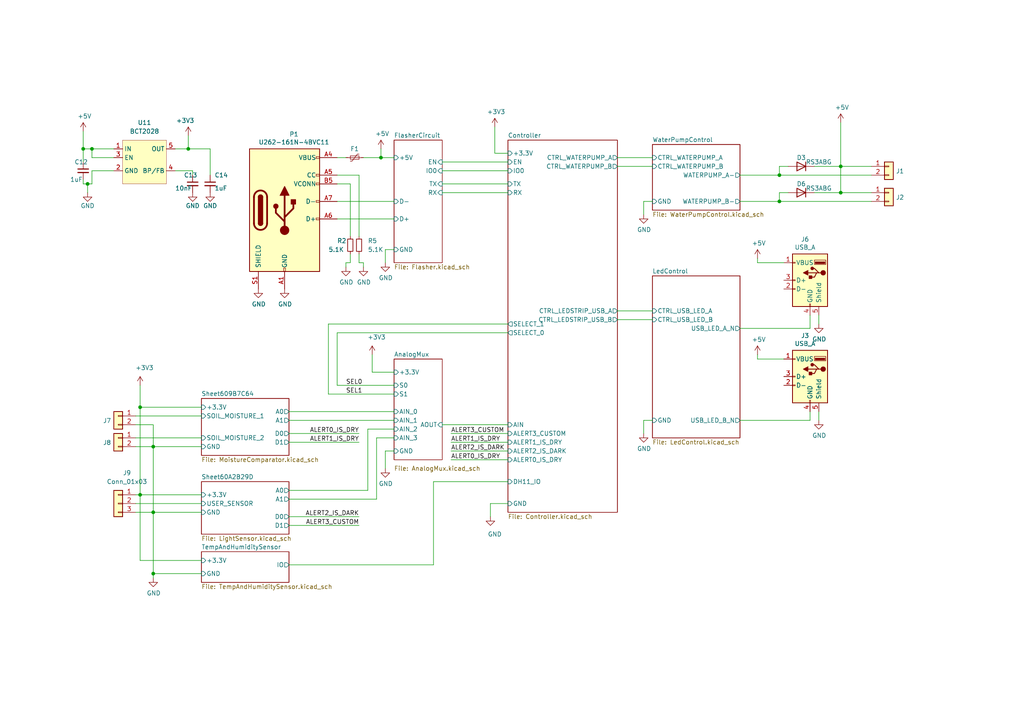
<source format=kicad_sch>
(kicad_sch (version 20210126) (generator eeschema)

  (paper "A4")

  (lib_symbols
    (symbol "Connector:USB_A" (pin_names (offset 1.016)) (in_bom yes) (on_board yes)
      (property "Reference" "J" (id 0) (at -5.08 11.43 0)
        (effects (font (size 1.27 1.27)) (justify left))
      )
      (property "Value" "USB_A" (id 1) (at -5.08 8.89 0)
        (effects (font (size 1.27 1.27)) (justify left))
      )
      (property "Footprint" "" (id 2) (at 3.81 -1.27 0)
        (effects (font (size 1.27 1.27)) hide)
      )
      (property "Datasheet" " ~" (id 3) (at 3.81 -1.27 0)
        (effects (font (size 1.27 1.27)) hide)
      )
      (property "ki_keywords" "connector USB" (id 4) (at 0 0 0)
        (effects (font (size 1.27 1.27)) hide)
      )
      (property "ki_description" "USB Type A connector" (id 5) (at 0 0 0)
        (effects (font (size 1.27 1.27)) hide)
      )
      (property "ki_fp_filters" "USB*" (id 6) (at 0 0 0)
        (effects (font (size 1.27 1.27)) hide)
      )
      (symbol "USB_A_0_1"
        (circle (center -3.81 2.159) (radius 0.635) (stroke (width 0.254)) (fill (type outline)))
        (circle (center -0.635 3.429) (radius 0.381) (stroke (width 0.254)) (fill (type outline)))
        (rectangle (start -5.08 -7.62) (end 5.08 7.62)
          (stroke (width 0.254)) (fill (type background))
        )
        (rectangle (start -1.524 4.826) (end -4.318 5.334)
          (stroke (width 0)) (fill (type outline))
        )
        (rectangle (start -1.27 4.572) (end -4.572 5.842)
          (stroke (width 0)) (fill (type none))
        )
        (rectangle (start -0.127 -7.62) (end 0.127 -6.858)
          (stroke (width 0)) (fill (type none))
        )
        (rectangle (start 0.254 1.27) (end -0.508 0.508)
          (stroke (width 0.254)) (fill (type outline))
        )
        (rectangle (start 5.08 -2.667) (end 4.318 -2.413)
          (stroke (width 0)) (fill (type none))
        )
        (rectangle (start 5.08 -0.127) (end 4.318 0.127)
          (stroke (width 0)) (fill (type none))
        )
        (rectangle (start 5.08 4.953) (end 4.318 5.207)
          (stroke (width 0)) (fill (type none))
        )
        (polyline
          (pts
            (xy -3.175 2.159)
            (xy -2.54 2.159)
            (xy -1.27 3.429)
            (xy -0.635 3.429)
          )
          (stroke (width 0.254)) (fill (type none))
        )
        (polyline
          (pts
            (xy -2.54 2.159)
            (xy -1.905 2.159)
            (xy -1.27 0.889)
            (xy 0 0.889)
          )
          (stroke (width 0.254)) (fill (type none))
        )
        (polyline
          (pts
            (xy 0.635 2.794)
            (xy 0.635 1.524)
            (xy 1.905 2.159)
            (xy 0.635 2.794)
          )
          (stroke (width 0.254)) (fill (type outline))
        )
      )
      (symbol "USB_A_1_1"
        (polyline
          (pts
            (xy -1.905 2.159)
            (xy 0.635 2.159)
          )
          (stroke (width 0.254)) (fill (type none))
        )
        (pin power_in line (at 7.62 5.08 180) (length 2.54)
          (name "VBUS" (effects (font (size 1.27 1.27))))
          (number "1" (effects (font (size 1.27 1.27))))
        )
        (pin bidirectional line (at 7.62 -2.54 180) (length 2.54)
          (name "D-" (effects (font (size 1.27 1.27))))
          (number "2" (effects (font (size 1.27 1.27))))
        )
        (pin bidirectional line (at 7.62 0 180) (length 2.54)
          (name "D+" (effects (font (size 1.27 1.27))))
          (number "3" (effects (font (size 1.27 1.27))))
        )
        (pin power_in line (at 0 -10.16 90) (length 2.54)
          (name "GND" (effects (font (size 1.27 1.27))))
          (number "4" (effects (font (size 1.27 1.27))))
        )
        (pin passive line (at -2.54 -10.16 90) (length 2.54)
          (name "Shield" (effects (font (size 1.27 1.27))))
          (number "5" (effects (font (size 1.27 1.27))))
        )
      )
    )
    (symbol "Connector:USB_C_Plug_USB2.0" (pin_names (offset 1.016)) (in_bom yes) (on_board yes)
      (property "Reference" "P" (id 0) (at -10.16 19.05 0)
        (effects (font (size 1.27 1.27)) (justify left))
      )
      (property "Value" "USB_C_Plug_USB2.0" (id 1) (at 12.7 19.05 0)
        (effects (font (size 1.27 1.27)) (justify right))
      )
      (property "Footprint" "" (id 2) (at 3.81 0 0)
        (effects (font (size 1.27 1.27)) hide)
      )
      (property "Datasheet" "https://www.usb.org/sites/default/files/documents/usb_type-c.zip" (id 3) (at 3.81 0 0)
        (effects (font (size 1.27 1.27)) hide)
      )
      (property "ki_keywords" "usb universal serial bus type-C USB2.0" (id 4) (at 0 0 0)
        (effects (font (size 1.27 1.27)) hide)
      )
      (property "ki_description" "USB 2.0-only Type-C Plug connector" (id 5) (at 0 0 0)
        (effects (font (size 1.27 1.27)) hide)
      )
      (property "ki_fp_filters" "USB*C*Plug*" (id 6) (at 0 0 0)
        (effects (font (size 1.27 1.27)) hide)
      )
      (symbol "USB_C_Plug_USB2.0_0_0"
        (rectangle (start -0.254 -17.78) (end 0.254 -16.764)
          (stroke (width 0)) (fill (type none))
        )
        (rectangle (start 10.16 -2.286) (end 9.144 -2.794)
          (stroke (width 0)) (fill (type none))
        )
        (rectangle (start 10.16 2.794) (end 9.144 2.286)
          (stroke (width 0)) (fill (type none))
        )
        (rectangle (start 10.16 7.874) (end 9.144 7.366)
          (stroke (width 0)) (fill (type none))
        )
        (rectangle (start 10.16 10.414) (end 9.144 9.906)
          (stroke (width 0)) (fill (type none))
        )
        (rectangle (start 10.16 15.494) (end 9.144 14.986)
          (stroke (width 0)) (fill (type none))
        )
      )
      (symbol "USB_C_Plug_USB2.0_0_1"
        (arc (start -8.89 -3.81) (end -5.08 -3.81) (radius (at -6.985 -3.81) (length 1.905) (angles -179.9 -0.1))
          (stroke (width 0.508)) (fill (type none))
        )
        (arc (start -7.62 -3.81) (end -6.35 -3.81) (radius (at -6.985 -3.81) (length 0.635) (angles -179.9 -0.1))
          (stroke (width 0.254)) (fill (type none))
        )
        (arc (start -7.62 -3.81) (end -6.35 -3.81) (radius (at -6.985 -3.81) (length 0.635) (angles -179.9 -0.1))
          (stroke (width 0.254)) (fill (type outline))
        )
        (arc (start -6.35 3.81) (end -7.62 3.81) (radius (at -6.985 3.81) (length 0.635) (angles 0.1 179.9))
          (stroke (width 0.254)) (fill (type outline))
        )
        (arc (start -6.35 3.81) (end -7.62 3.81) (radius (at -6.985 3.81) (length 0.635) (angles 0.1 179.9))
          (stroke (width 0.254)) (fill (type none))
        )
        (arc (start -5.08 3.81) (end -8.89 3.81) (radius (at -6.985 3.81) (length 1.905) (angles 0.1 179.9))
          (stroke (width 0.508)) (fill (type none))
        )
        (circle (center -2.54 1.143) (radius 0.635) (stroke (width 0.254)) (fill (type outline)))
        (circle (center 0 -5.842) (radius 1.27) (stroke (width 0)) (fill (type outline)))
        (rectangle (start -10.16 17.78) (end 10.16 -17.78)
          (stroke (width 0.254)) (fill (type background))
        )
        (rectangle (start -7.62 -3.81) (end -6.35 3.81)
          (stroke (width 0.254)) (fill (type outline))
        )
        (rectangle (start 1.905 1.778) (end 3.175 3.048)
          (stroke (width 0.254)) (fill (type outline))
        )
        (polyline
          (pts
            (xy -8.89 -3.81)
            (xy -8.89 3.81)
          )
          (stroke (width 0.508)) (fill (type none))
        )
        (polyline
          (pts
            (xy -5.08 3.81)
            (xy -5.08 -3.81)
          )
          (stroke (width 0.508)) (fill (type none))
        )
        (polyline
          (pts
            (xy 0 -5.842)
            (xy 0 4.318)
          )
          (stroke (width 0.508)) (fill (type none))
        )
        (polyline
          (pts
            (xy 0 -3.302)
            (xy -2.54 -0.762)
            (xy -2.54 0.508)
          )
          (stroke (width 0.508)) (fill (type none))
        )
        (polyline
          (pts
            (xy 0 -2.032)
            (xy 2.54 0.508)
            (xy 2.54 1.778)
          )
          (stroke (width 0.508)) (fill (type none))
        )
        (polyline
          (pts
            (xy -1.27 4.318)
            (xy 0 6.858)
            (xy 1.27 4.318)
            (xy -1.27 4.318)
          )
          (stroke (width 0.254)) (fill (type outline))
        )
      )
      (symbol "USB_C_Plug_USB2.0_1_1"
        (pin passive line (at 0 -22.86 90) (length 5.08)
          (name "GND" (effects (font (size 1.27 1.27))))
          (number "A1" (effects (font (size 1.27 1.27))))
        )
        (pin passive line (at 0 -22.86 90) (length 5.08) hide
          (name "GND" (effects (font (size 1.27 1.27))))
          (number "A12" (effects (font (size 1.27 1.27))))
        )
        (pin passive line (at 15.24 15.24 180) (length 5.08)
          (name "VBUS" (effects (font (size 1.27 1.27))))
          (number "A4" (effects (font (size 1.27 1.27))))
        )
        (pin bidirectional line (at 15.24 10.16 180) (length 5.08)
          (name "CC" (effects (font (size 1.27 1.27))))
          (number "A5" (effects (font (size 1.27 1.27))))
        )
        (pin bidirectional line (at 15.24 -2.54 180) (length 5.08)
          (name "D+" (effects (font (size 1.27 1.27))))
          (number "A6" (effects (font (size 1.27 1.27))))
        )
        (pin bidirectional line (at 15.24 2.54 180) (length 5.08)
          (name "D-" (effects (font (size 1.27 1.27))))
          (number "A7" (effects (font (size 1.27 1.27))))
        )
        (pin passive line (at 15.24 15.24 180) (length 5.08) hide
          (name "VBUS" (effects (font (size 1.27 1.27))))
          (number "A9" (effects (font (size 1.27 1.27))))
        )
        (pin passive line (at 0 -22.86 90) (length 5.08) hide
          (name "GND" (effects (font (size 1.27 1.27))))
          (number "B1" (effects (font (size 1.27 1.27))))
        )
        (pin passive line (at 0 -22.86 90) (length 5.08) hide
          (name "GND" (effects (font (size 1.27 1.27))))
          (number "B12" (effects (font (size 1.27 1.27))))
        )
        (pin passive line (at 15.24 15.24 180) (length 5.08) hide
          (name "VBUS" (effects (font (size 1.27 1.27))))
          (number "B4" (effects (font (size 1.27 1.27))))
        )
        (pin bidirectional line (at 15.24 7.62 180) (length 5.08)
          (name "VCONN" (effects (font (size 1.27 1.27))))
          (number "B5" (effects (font (size 1.27 1.27))))
        )
        (pin passive line (at 15.24 15.24 180) (length 5.08) hide
          (name "VBUS" (effects (font (size 1.27 1.27))))
          (number "B9" (effects (font (size 1.27 1.27))))
        )
        (pin passive line (at -7.62 -22.86 90) (length 5.08)
          (name "SHIELD" (effects (font (size 1.27 1.27))))
          (number "S1" (effects (font (size 1.27 1.27))))
        )
      )
    )
    (symbol "Connector_Generic:Conn_01x02" (pin_names (offset 1.016) hide) (in_bom yes) (on_board yes)
      (property "Reference" "J" (id 0) (at 0 2.54 0)
        (effects (font (size 1.27 1.27)))
      )
      (property "Value" "Conn_01x02" (id 1) (at 0 -5.08 0)
        (effects (font (size 1.27 1.27)))
      )
      (property "Footprint" "" (id 2) (at 0 0 0)
        (effects (font (size 1.27 1.27)) hide)
      )
      (property "Datasheet" "~" (id 3) (at 0 0 0)
        (effects (font (size 1.27 1.27)) hide)
      )
      (property "ki_keywords" "connector" (id 4) (at 0 0 0)
        (effects (font (size 1.27 1.27)) hide)
      )
      (property "ki_description" "Generic connector, single row, 01x02, script generated (kicad-library-utils/schlib/autogen/connector/)" (id 5) (at 0 0 0)
        (effects (font (size 1.27 1.27)) hide)
      )
      (property "ki_fp_filters" "Connector*:*_1x??_*" (id 6) (at 0 0 0)
        (effects (font (size 1.27 1.27)) hide)
      )
      (symbol "Conn_01x02_1_1"
        (rectangle (start -1.27 -2.413) (end 0 -2.667)
          (stroke (width 0.1524)) (fill (type none))
        )
        (rectangle (start -1.27 0.127) (end 0 -0.127)
          (stroke (width 0.1524)) (fill (type none))
        )
        (rectangle (start -1.27 1.27) (end 1.27 -3.81)
          (stroke (width 0.254)) (fill (type background))
        )
        (pin passive line (at -5.08 0 0) (length 3.81)
          (name "Pin_1" (effects (font (size 1.27 1.27))))
          (number "1" (effects (font (size 1.27 1.27))))
        )
        (pin passive line (at -5.08 -2.54 0) (length 3.81)
          (name "Pin_2" (effects (font (size 1.27 1.27))))
          (number "2" (effects (font (size 1.27 1.27))))
        )
      )
    )
    (symbol "Connector_Generic:Conn_01x03" (pin_names (offset 1.016) hide) (in_bom yes) (on_board yes)
      (property "Reference" "J" (id 0) (at 0 5.08 0)
        (effects (font (size 1.27 1.27)))
      )
      (property "Value" "Conn_01x03" (id 1) (at 0 -5.08 0)
        (effects (font (size 1.27 1.27)))
      )
      (property "Footprint" "" (id 2) (at 0 0 0)
        (effects (font (size 1.27 1.27)) hide)
      )
      (property "Datasheet" "~" (id 3) (at 0 0 0)
        (effects (font (size 1.27 1.27)) hide)
      )
      (property "ki_keywords" "connector" (id 4) (at 0 0 0)
        (effects (font (size 1.27 1.27)) hide)
      )
      (property "ki_description" "Generic connector, single row, 01x03, script generated (kicad-library-utils/schlib/autogen/connector/)" (id 5) (at 0 0 0)
        (effects (font (size 1.27 1.27)) hide)
      )
      (property "ki_fp_filters" "Connector*:*_1x??_*" (id 6) (at 0 0 0)
        (effects (font (size 1.27 1.27)) hide)
      )
      (symbol "Conn_01x03_1_1"
        (rectangle (start -1.27 -2.413) (end 0 -2.667)
          (stroke (width 0.1524)) (fill (type none))
        )
        (rectangle (start -1.27 2.667) (end 0 2.413)
          (stroke (width 0.1524)) (fill (type none))
        )
        (rectangle (start -1.27 3.81) (end 1.27 -3.81)
          (stroke (width 0.254)) (fill (type background))
        )
        (rectangle (start -1.27 0.127) (end 0 -0.127)
          (stroke (width 0.1524)) (fill (type none))
        )
        (pin passive line (at -5.08 2.54 0) (length 3.81)
          (name "Pin_1" (effects (font (size 1.27 1.27))))
          (number "1" (effects (font (size 1.27 1.27))))
        )
        (pin passive line (at -5.08 0 0) (length 3.81)
          (name "Pin_2" (effects (font (size 1.27 1.27))))
          (number "2" (effects (font (size 1.27 1.27))))
        )
        (pin passive line (at -5.08 -2.54 0) (length 3.81)
          (name "Pin_3" (effects (font (size 1.27 1.27))))
          (number "3" (effects (font (size 1.27 1.27))))
        )
      )
    )
    (symbol "Device:C_Small" (pin_numbers hide) (pin_names (offset 0.254) hide) (in_bom yes) (on_board yes)
      (property "Reference" "C" (id 0) (at 0.254 1.778 0)
        (effects (font (size 1.27 1.27)) (justify left))
      )
      (property "Value" "C_Small" (id 1) (at 0.254 -2.032 0)
        (effects (font (size 1.27 1.27)) (justify left))
      )
      (property "Footprint" "" (id 2) (at 0 0 0)
        (effects (font (size 1.27 1.27)) hide)
      )
      (property "Datasheet" "~" (id 3) (at 0 0 0)
        (effects (font (size 1.27 1.27)) hide)
      )
      (property "ki_keywords" "capacitor cap" (id 4) (at 0 0 0)
        (effects (font (size 1.27 1.27)) hide)
      )
      (property "ki_description" "Unpolarized capacitor, small symbol" (id 5) (at 0 0 0)
        (effects (font (size 1.27 1.27)) hide)
      )
      (property "ki_fp_filters" "C_*" (id 6) (at 0 0 0)
        (effects (font (size 1.27 1.27)) hide)
      )
      (symbol "C_Small_0_1"
        (polyline
          (pts
            (xy -1.524 -0.508)
            (xy 1.524 -0.508)
          )
          (stroke (width 0.3302)) (fill (type none))
        )
        (polyline
          (pts
            (xy -1.524 0.508)
            (xy 1.524 0.508)
          )
          (stroke (width 0.3048)) (fill (type none))
        )
      )
      (symbol "C_Small_1_1"
        (pin passive line (at 0 2.54 270) (length 2.032)
          (name "~" (effects (font (size 1.27 1.27))))
          (number "1" (effects (font (size 1.27 1.27))))
        )
        (pin passive line (at 0 -2.54 90) (length 2.032)
          (name "~" (effects (font (size 1.27 1.27))))
          (number "2" (effects (font (size 1.27 1.27))))
        )
      )
    )
    (symbol "Device:D" (pin_numbers hide) (pin_names (offset 1.016) hide) (in_bom yes) (on_board yes)
      (property "Reference" "D" (id 0) (at 0 2.54 0)
        (effects (font (size 1.27 1.27)))
      )
      (property "Value" "D" (id 1) (at 0 -2.54 0)
        (effects (font (size 1.27 1.27)))
      )
      (property "Footprint" "" (id 2) (at 0 0 0)
        (effects (font (size 1.27 1.27)) hide)
      )
      (property "Datasheet" "~" (id 3) (at 0 0 0)
        (effects (font (size 1.27 1.27)) hide)
      )
      (property "ki_keywords" "diode" (id 4) (at 0 0 0)
        (effects (font (size 1.27 1.27)) hide)
      )
      (property "ki_description" "Diode" (id 5) (at 0 0 0)
        (effects (font (size 1.27 1.27)) hide)
      )
      (property "ki_fp_filters" "TO-???* *_Diode_* *SingleDiode* D_*" (id 6) (at 0 0 0)
        (effects (font (size 1.27 1.27)) hide)
      )
      (symbol "D_0_1"
        (polyline
          (pts
            (xy -1.27 1.27)
            (xy -1.27 -1.27)
          )
          (stroke (width 0.254)) (fill (type none))
        )
        (polyline
          (pts
            (xy 1.27 0)
            (xy -1.27 0)
          )
          (stroke (width 0)) (fill (type none))
        )
        (polyline
          (pts
            (xy 1.27 1.27)
            (xy 1.27 -1.27)
            (xy -1.27 0)
            (xy 1.27 1.27)
          )
          (stroke (width 0.254)) (fill (type none))
        )
      )
      (symbol "D_1_1"
        (pin passive line (at -3.81 0 0) (length 2.54)
          (name "K" (effects (font (size 1.27 1.27))))
          (number "1" (effects (font (size 1.27 1.27))))
        )
        (pin passive line (at 3.81 0 180) (length 2.54)
          (name "A" (effects (font (size 1.27 1.27))))
          (number "2" (effects (font (size 1.27 1.27))))
        )
      )
    )
    (symbol "Device:Polyfuse_Small" (pin_numbers hide) (pin_names (offset 0)) (in_bom yes) (on_board yes)
      (property "Reference" "F" (id 0) (at -1.905 0 90)
        (effects (font (size 1.27 1.27)))
      )
      (property "Value" "Polyfuse_Small" (id 1) (at 1.905 0 90)
        (effects (font (size 1.27 1.27)))
      )
      (property "Footprint" "" (id 2) (at 1.27 -5.08 0)
        (effects (font (size 1.27 1.27)) (justify left) hide)
      )
      (property "Datasheet" "~" (id 3) (at 0 0 0)
        (effects (font (size 1.27 1.27)) hide)
      )
      (property "ki_keywords" "resettable fuse PTC PPTC polyfuse polyswitch" (id 4) (at 0 0 0)
        (effects (font (size 1.27 1.27)) hide)
      )
      (property "ki_description" "Resettable fuse, polymeric positive temperature coefficient, small symbol" (id 5) (at 0 0 0)
        (effects (font (size 1.27 1.27)) hide)
      )
      (property "ki_fp_filters" "*polyfuse* *PTC*" (id 6) (at 0 0 0)
        (effects (font (size 1.27 1.27)) hide)
      )
      (symbol "Polyfuse_Small_0_1"
        (rectangle (start -0.508 1.27) (end 0.508 -1.27)
          (stroke (width 0)) (fill (type none))
        )
        (polyline
          (pts
            (xy 0 2.54)
            (xy 0 -2.54)
          )
          (stroke (width 0)) (fill (type none))
        )
        (polyline
          (pts
            (xy -1.016 1.27)
            (xy -1.016 0.762)
            (xy 1.016 -0.762)
            (xy 1.016 -1.27)
          )
          (stroke (width 0)) (fill (type none))
        )
      )
      (symbol "Polyfuse_Small_1_1"
        (pin passive line (at 0 2.54 270) (length 0.635)
          (name "~" (effects (font (size 1.27 1.27))))
          (number "1" (effects (font (size 1.27 1.27))))
        )
        (pin passive line (at 0 -2.54 90) (length 0.635)
          (name "~" (effects (font (size 1.27 1.27))))
          (number "2" (effects (font (size 1.27 1.27))))
        )
      )
    )
    (symbol "Device:R_Small" (pin_numbers hide) (pin_names (offset 0.254) hide) (in_bom yes) (on_board yes)
      (property "Reference" "R" (id 0) (at 0.762 0.508 0)
        (effects (font (size 1.27 1.27)) (justify left))
      )
      (property "Value" "R_Small" (id 1) (at 0.762 -1.016 0)
        (effects (font (size 1.27 1.27)) (justify left))
      )
      (property "Footprint" "" (id 2) (at 0 0 0)
        (effects (font (size 1.27 1.27)) hide)
      )
      (property "Datasheet" "~" (id 3) (at 0 0 0)
        (effects (font (size 1.27 1.27)) hide)
      )
      (property "ki_keywords" "R resistor" (id 4) (at 0 0 0)
        (effects (font (size 1.27 1.27)) hide)
      )
      (property "ki_description" "Resistor, small symbol" (id 5) (at 0 0 0)
        (effects (font (size 1.27 1.27)) hide)
      )
      (property "ki_fp_filters" "R_*" (id 6) (at 0 0 0)
        (effects (font (size 1.27 1.27)) hide)
      )
      (symbol "R_Small_0_1"
        (rectangle (start -0.762 1.778) (end 0.762 -1.778)
          (stroke (width 0.2032)) (fill (type none))
        )
      )
      (symbol "R_Small_1_1"
        (pin passive line (at 0 2.54 270) (length 0.762)
          (name "~" (effects (font (size 1.27 1.27))))
          (number "1" (effects (font (size 1.27 1.27))))
        )
        (pin passive line (at 0 -2.54 90) (length 0.762)
          (name "~" (effects (font (size 1.27 1.27))))
          (number "2" (effects (font (size 1.27 1.27))))
        )
      )
    )
    (symbol "User_LDO:BCT2028" (in_bom yes) (on_board yes)
      (property "Reference" "U" (id 0) (at 3.81 6.35 0)
        (effects (font (size 1.27 1.27)))
      )
      (property "Value" "BCT2028" (id 1) (at -2.54 6.35 0)
        (effects (font (size 1.27 1.27)))
      )
      (property "Footprint" "Package_TO_SOT_SMD:SOT-23-5" (id 2) (at 0 8.89 0)
        (effects (font (size 1.27 1.27)) hide)
      )
      (property "Datasheet" "https://datasheet.lcsc.com/lcsc/1809211434_BROADCHIP-BCT2028EUK33-TR_C266766.pdf" (id 3) (at 0 6.35 0)
        (effects (font (size 1.27 1.27)) hide)
      )
      (symbol "BCT2028_0_1"
        (rectangle (start -6.35 5.08) (end 6.35 -7.62)
          (stroke (width 0.001)) (fill (type background))
        )
      )
      (symbol "BCT2028_1_1"
        (pin input line (at -8.89 2.54 0) (length 2.54)
          (name "IN" (effects (font (size 1.27 1.27))))
          (number "1" (effects (font (size 1.27 1.27))))
        )
        (pin input line (at -8.89 -3.81 0) (length 2.54)
          (name "GND" (effects (font (size 1.27 1.27))))
          (number "2" (effects (font (size 1.27 1.27))))
        )
        (pin input line (at -8.89 0 0) (length 2.54)
          (name "EN" (effects (font (size 1.27 1.27))))
          (number "3" (effects (font (size 1.27 1.27))))
        )
        (pin input line (at 8.89 -3.81 180) (length 2.54)
          (name "BP/FB" (effects (font (size 1.27 1.27))))
          (number "4" (effects (font (size 1.27 1.27))))
        )
        (pin input line (at 8.89 2.54 180) (length 2.54)
          (name "OUT" (effects (font (size 1.27 1.27))))
          (number "5" (effects (font (size 1.27 1.27))))
        )
      )
    )
    (symbol "power:+3.3V" (power) (pin_names (offset 0)) (in_bom yes) (on_board yes)
      (property "Reference" "#PWR" (id 0) (at 0 -3.81 0)
        (effects (font (size 1.27 1.27)) hide)
      )
      (property "Value" "+3.3V" (id 1) (at 0 3.556 0)
        (effects (font (size 1.27 1.27)))
      )
      (property "Footprint" "" (id 2) (at 0 0 0)
        (effects (font (size 1.27 1.27)) hide)
      )
      (property "Datasheet" "" (id 3) (at 0 0 0)
        (effects (font (size 1.27 1.27)) hide)
      )
      (property "ki_keywords" "power-flag" (id 4) (at 0 0 0)
        (effects (font (size 1.27 1.27)) hide)
      )
      (property "ki_description" "Power symbol creates a global label with name \"+3.3V\"" (id 5) (at 0 0 0)
        (effects (font (size 1.27 1.27)) hide)
      )
      (symbol "+3.3V_0_1"
        (polyline
          (pts
            (xy -0.762 1.27)
            (xy 0 2.54)
          )
          (stroke (width 0)) (fill (type none))
        )
        (polyline
          (pts
            (xy 0 0)
            (xy 0 2.54)
          )
          (stroke (width 0)) (fill (type none))
        )
        (polyline
          (pts
            (xy 0 2.54)
            (xy 0.762 1.27)
          )
          (stroke (width 0)) (fill (type none))
        )
      )
      (symbol "+3.3V_1_1"
        (pin power_in line (at 0 0 90) (length 0) hide
          (name "+3V3" (effects (font (size 1.27 1.27))))
          (number "1" (effects (font (size 1.27 1.27))))
        )
      )
    )
    (symbol "power:+5V" (power) (pin_names (offset 0)) (in_bom yes) (on_board yes)
      (property "Reference" "#PWR" (id 0) (at 0 -3.81 0)
        (effects (font (size 1.27 1.27)) hide)
      )
      (property "Value" "+5V" (id 1) (at 0 3.556 0)
        (effects (font (size 1.27 1.27)))
      )
      (property "Footprint" "" (id 2) (at 0 0 0)
        (effects (font (size 1.27 1.27)) hide)
      )
      (property "Datasheet" "" (id 3) (at 0 0 0)
        (effects (font (size 1.27 1.27)) hide)
      )
      (property "ki_keywords" "power-flag" (id 4) (at 0 0 0)
        (effects (font (size 1.27 1.27)) hide)
      )
      (property "ki_description" "Power symbol creates a global label with name \"+5V\"" (id 5) (at 0 0 0)
        (effects (font (size 1.27 1.27)) hide)
      )
      (symbol "+5V_0_1"
        (polyline
          (pts
            (xy -0.762 1.27)
            (xy 0 2.54)
          )
          (stroke (width 0)) (fill (type none))
        )
        (polyline
          (pts
            (xy 0 0)
            (xy 0 2.54)
          )
          (stroke (width 0)) (fill (type none))
        )
        (polyline
          (pts
            (xy 0 2.54)
            (xy 0.762 1.27)
          )
          (stroke (width 0)) (fill (type none))
        )
      )
      (symbol "+5V_1_1"
        (pin power_in line (at 0 0 90) (length 0) hide
          (name "+5V" (effects (font (size 1.27 1.27))))
          (number "1" (effects (font (size 1.27 1.27))))
        )
      )
    )
    (symbol "power:GND" (power) (pin_names (offset 0)) (in_bom yes) (on_board yes)
      (property "Reference" "#PWR" (id 0) (at 0 -6.35 0)
        (effects (font (size 1.27 1.27)) hide)
      )
      (property "Value" "GND" (id 1) (at 0 -3.81 0)
        (effects (font (size 1.27 1.27)))
      )
      (property "Footprint" "" (id 2) (at 0 0 0)
        (effects (font (size 1.27 1.27)) hide)
      )
      (property "Datasheet" "" (id 3) (at 0 0 0)
        (effects (font (size 1.27 1.27)) hide)
      )
      (property "ki_keywords" "power-flag" (id 4) (at 0 0 0)
        (effects (font (size 1.27 1.27)) hide)
      )
      (property "ki_description" "Power symbol creates a global label with name \"GND\" , ground" (id 5) (at 0 0 0)
        (effects (font (size 1.27 1.27)) hide)
      )
      (symbol "GND_0_1"
        (polyline
          (pts
            (xy 0 0)
            (xy 0 -1.27)
            (xy 1.27 -1.27)
            (xy 0 -2.54)
            (xy -1.27 -1.27)
            (xy 0 -1.27)
          )
          (stroke (width 0)) (fill (type none))
        )
      )
      (symbol "GND_1_1"
        (pin power_in line (at 0 0 270) (length 0) hide
          (name "GND" (effects (font (size 1.27 1.27))))
          (number "1" (effects (font (size 1.27 1.27))))
        )
      )
    )
  )

  (junction (at 24.13 43.18) (diameter 0.9144) (color 0 0 0 0))
  (junction (at 25.4 53.34) (diameter 0.9144) (color 0 0 0 0))
  (junction (at 26.67 43.18) (diameter 0.9144) (color 0 0 0 0))
  (junction (at 40.64 118.11) (diameter 0.9144) (color 0 0 0 0))
  (junction (at 40.64 143.51) (diameter 0.9144) (color 0 0 0 0))
  (junction (at 44.45 129.54) (diameter 0.9144) (color 0 0 0 0))
  (junction (at 44.45 148.59) (diameter 0.9144) (color 0 0 0 0))
  (junction (at 44.45 166.37) (diameter 0.9144) (color 0 0 0 0))
  (junction (at 54.61 43.18) (diameter 0.9144) (color 0 0 0 0))
  (junction (at 110.49 45.72) (diameter 0.9144) (color 0 0 0 0))
  (junction (at 226.06 50.8) (diameter 0.9144) (color 0 0 0 0))
  (junction (at 226.06 58.42) (diameter 0.9144) (color 0 0 0 0))
  (junction (at 243.84 48.26) (diameter 0.9144) (color 0 0 0 0))
  (junction (at 243.84 55.88) (diameter 0.9144) (color 0 0 0 0))

  (wire (pts (xy 24.13 38.1) (xy 24.13 43.18))
    (stroke (width 0) (type solid) (color 0 0 0 0))
    (uuid 5ee8f708-0773-4bc8-a889-d9b7e84991c5)
  )
  (wire (pts (xy 24.13 43.18) (xy 26.67 43.18))
    (stroke (width 0) (type solid) (color 0 0 0 0))
    (uuid e8cec215-6e3c-4c38-9f41-1da05099f8b9)
  )
  (wire (pts (xy 24.13 46.99) (xy 24.13 43.18))
    (stroke (width 0) (type solid) (color 0 0 0 0))
    (uuid e8cec215-6e3c-4c38-9f41-1da05099f8b9)
  )
  (wire (pts (xy 24.13 52.07) (xy 24.13 53.34))
    (stroke (width 0) (type solid) (color 0 0 0 0))
    (uuid ae2970ca-ea91-4aa6-afaf-1db90d4ccbfb)
  )
  (wire (pts (xy 24.13 53.34) (xy 25.4 53.34))
    (stroke (width 0) (type solid) (color 0 0 0 0))
    (uuid ae2970ca-ea91-4aa6-afaf-1db90d4ccbfb)
  )
  (wire (pts (xy 25.4 53.34) (xy 25.4 55.88))
    (stroke (width 0) (type solid) (color 0 0 0 0))
    (uuid ae2970ca-ea91-4aa6-afaf-1db90d4ccbfb)
  )
  (wire (pts (xy 25.4 53.34) (xy 26.67 53.34))
    (stroke (width 0) (type solid) (color 0 0 0 0))
    (uuid 19f4f6eb-6c5b-4cbe-a19a-8860d3e79204)
  )
  (wire (pts (xy 26.67 43.18) (xy 26.67 45.72))
    (stroke (width 0) (type solid) (color 0 0 0 0))
    (uuid 39098e14-b940-4d48-b08a-9d30a3aa981a)
  )
  (wire (pts (xy 26.67 49.53) (xy 26.67 53.34))
    (stroke (width 0) (type solid) (color 0 0 0 0))
    (uuid b7598d07-b6ad-4279-bc08-916e413dd23c)
  )
  (wire (pts (xy 33.02 43.18) (xy 26.67 43.18))
    (stroke (width 0) (type solid) (color 0 0 0 0))
    (uuid 4fb85f5d-e2c5-44f5-a0da-63173285705b)
  )
  (wire (pts (xy 33.02 45.72) (xy 26.67 45.72))
    (stroke (width 0) (type solid) (color 0 0 0 0))
    (uuid 39098e14-b940-4d48-b08a-9d30a3aa981a)
  )
  (wire (pts (xy 33.02 49.53) (xy 26.67 49.53))
    (stroke (width 0) (type solid) (color 0 0 0 0))
    (uuid b7598d07-b6ad-4279-bc08-916e413dd23c)
  )
  (wire (pts (xy 39.37 120.65) (xy 58.42 120.65))
    (stroke (width 0) (type solid) (color 0 0 0 0))
    (uuid 97baa3c1-9792-4d1c-9648-cb9ac8e8ae2a)
  )
  (wire (pts (xy 39.37 123.19) (xy 44.45 123.19))
    (stroke (width 0) (type solid) (color 0 0 0 0))
    (uuid 7b66c19f-324a-48d5-9eb5-b40eecd8c5ec)
  )
  (wire (pts (xy 39.37 127) (xy 58.42 127))
    (stroke (width 0) (type solid) (color 0 0 0 0))
    (uuid 6697a1ca-ee16-47fb-9464-a54da051f467)
  )
  (wire (pts (xy 39.37 129.54) (xy 44.45 129.54))
    (stroke (width 0) (type solid) (color 0 0 0 0))
    (uuid 44282bf1-ee7a-4fa8-bd5c-158521dc0506)
  )
  (wire (pts (xy 39.37 146.05) (xy 58.42 146.05))
    (stroke (width 0) (type solid) (color 0 0 0 0))
    (uuid 8c291b9b-1f86-4064-9207-a4eeed271105)
  )
  (wire (pts (xy 39.37 148.59) (xy 44.45 148.59))
    (stroke (width 0) (type solid) (color 0 0 0 0))
    (uuid 55af863e-2aef-4664-81a8-86b118cc6412)
  )
  (wire (pts (xy 40.64 111.76) (xy 40.64 118.11))
    (stroke (width 0) (type solid) (color 0 0 0 0))
    (uuid 91acf0a1-9c31-422a-ba26-8f2068f4d050)
  )
  (wire (pts (xy 40.64 118.11) (xy 40.64 143.51))
    (stroke (width 0) (type solid) (color 0 0 0 0))
    (uuid d70e89ba-7063-4e3c-a342-a9422fbcc8f5)
  )
  (wire (pts (xy 40.64 118.11) (xy 58.42 118.11))
    (stroke (width 0) (type solid) (color 0 0 0 0))
    (uuid ed677cc0-27df-433e-a05a-c6c810db1840)
  )
  (wire (pts (xy 40.64 143.51) (xy 39.37 143.51))
    (stroke (width 0) (type solid) (color 0 0 0 0))
    (uuid d70e89ba-7063-4e3c-a342-a9422fbcc8f5)
  )
  (wire (pts (xy 40.64 143.51) (xy 40.64 162.56))
    (stroke (width 0) (type solid) (color 0 0 0 0))
    (uuid 2c026b2f-3472-4fea-b2e3-efc7fbe05fc0)
  )
  (wire (pts (xy 40.64 162.56) (xy 58.42 162.56))
    (stroke (width 0) (type solid) (color 0 0 0 0))
    (uuid e018e86e-73fb-40c3-9691-8ba3dad42eb6)
  )
  (wire (pts (xy 44.45 123.19) (xy 44.45 129.54))
    (stroke (width 0) (type solid) (color 0 0 0 0))
    (uuid 880e92e9-1a95-4a37-8dd9-4f4d4d345566)
  )
  (wire (pts (xy 44.45 129.54) (xy 44.45 148.59))
    (stroke (width 0) (type solid) (color 0 0 0 0))
    (uuid 880e92e9-1a95-4a37-8dd9-4f4d4d345566)
  )
  (wire (pts (xy 44.45 129.54) (xy 58.42 129.54))
    (stroke (width 0) (type solid) (color 0 0 0 0))
    (uuid 44282bf1-ee7a-4fa8-bd5c-158521dc0506)
  )
  (wire (pts (xy 44.45 148.59) (xy 44.45 166.37))
    (stroke (width 0) (type solid) (color 0 0 0 0))
    (uuid 36d681c1-9e8b-4d45-a9bb-0272f7ae42eb)
  )
  (wire (pts (xy 44.45 166.37) (xy 44.45 167.64))
    (stroke (width 0) (type solid) (color 0 0 0 0))
    (uuid 4ccdd48f-5b8d-4da1-9351-6f12e3ab350c)
  )
  (wire (pts (xy 44.45 166.37) (xy 58.42 166.37))
    (stroke (width 0) (type solid) (color 0 0 0 0))
    (uuid 943868f4-d82f-4eb0-90f0-a631ac00029f)
  )
  (wire (pts (xy 50.8 43.18) (xy 54.61 43.18))
    (stroke (width 0) (type solid) (color 0 0 0 0))
    (uuid 214f2992-ec3a-4805-b48e-d78066361122)
  )
  (wire (pts (xy 50.8 49.53) (xy 55.88 49.53))
    (stroke (width 0) (type solid) (color 0 0 0 0))
    (uuid a4489cd1-f478-405f-9f17-5228f746a4f7)
  )
  (wire (pts (xy 54.61 39.37) (xy 54.61 43.18))
    (stroke (width 0) (type solid) (color 0 0 0 0))
    (uuid f30e76ee-9fe1-4029-9ba2-26710c72ccd4)
  )
  (wire (pts (xy 54.61 43.18) (xy 60.96 43.18))
    (stroke (width 0) (type solid) (color 0 0 0 0))
    (uuid a381353c-baac-4c4b-a3ff-63ac66726cd4)
  )
  (wire (pts (xy 55.88 49.53) (xy 55.88 50.8))
    (stroke (width 0) (type solid) (color 0 0 0 0))
    (uuid a4489cd1-f478-405f-9f17-5228f746a4f7)
  )
  (wire (pts (xy 58.42 143.51) (xy 40.64 143.51))
    (stroke (width 0) (type solid) (color 0 0 0 0))
    (uuid d70e89ba-7063-4e3c-a342-a9422fbcc8f5)
  )
  (wire (pts (xy 58.42 148.59) (xy 44.45 148.59))
    (stroke (width 0) (type solid) (color 0 0 0 0))
    (uuid 58cb1b25-e3b5-46b5-802f-f4d93c630fe0)
  )
  (wire (pts (xy 60.96 43.18) (xy 60.96 50.8))
    (stroke (width 0) (type solid) (color 0 0 0 0))
    (uuid a381353c-baac-4c4b-a3ff-63ac66726cd4)
  )
  (wire (pts (xy 83.82 119.38) (xy 114.3 119.38))
    (stroke (width 0) (type solid) (color 0 0 0 0))
    (uuid f7433406-519f-409a-80dd-584915a5810a)
  )
  (wire (pts (xy 83.82 121.92) (xy 114.3 121.92))
    (stroke (width 0) (type solid) (color 0 0 0 0))
    (uuid 568d33cd-751e-4336-9048-1f419e8615c2)
  )
  (wire (pts (xy 83.82 125.73) (xy 104.14 125.73))
    (stroke (width 0) (type solid) (color 0 0 0 0))
    (uuid 318376d1-5c63-4b16-ab35-ba94ff6eea88)
  )
  (wire (pts (xy 83.82 128.27) (xy 104.14 128.27))
    (stroke (width 0) (type solid) (color 0 0 0 0))
    (uuid ee8ca963-5c4b-45a1-881c-40cee54df66b)
  )
  (wire (pts (xy 83.82 142.24) (xy 106.68 142.24))
    (stroke (width 0) (type solid) (color 0 0 0 0))
    (uuid 0708bd0f-a043-4a41-9454-c33d1ecf32d8)
  )
  (wire (pts (xy 83.82 144.78) (xy 109.22 144.78))
    (stroke (width 0) (type solid) (color 0 0 0 0))
    (uuid e43e16f1-12fb-4f65-b27b-9c06f7b55c33)
  )
  (wire (pts (xy 83.82 149.86) (xy 104.14 149.86))
    (stroke (width 0) (type solid) (color 0 0 0 0))
    (uuid 03a2782e-f613-4adf-bcf7-ed4eb507a206)
  )
  (wire (pts (xy 83.82 152.4) (xy 104.14 152.4))
    (stroke (width 0) (type solid) (color 0 0 0 0))
    (uuid 23463ce7-8dc6-43be-b20d-de652faf640d)
  )
  (wire (pts (xy 83.82 163.83) (xy 125.73 163.83))
    (stroke (width 0) (type solid) (color 0 0 0 0))
    (uuid ae267c6a-9bdb-4c7f-af97-6f2e1cfd161c)
  )
  (wire (pts (xy 95.25 93.98) (xy 95.25 114.3))
    (stroke (width 0) (type solid) (color 0 0 0 0))
    (uuid 801895ef-c05c-444a-9f60-83912fb68ef5)
  )
  (wire (pts (xy 95.25 93.98) (xy 147.32 93.98))
    (stroke (width 0) (type solid) (color 0 0 0 0))
    (uuid 6bd472af-0b6a-43c2-aaed-1f949320cec6)
  )
  (wire (pts (xy 95.25 114.3) (xy 114.3 114.3))
    (stroke (width 0) (type solid) (color 0 0 0 0))
    (uuid 4d8fabc6-7c0d-43e3-b74c-27da35f1f6ab)
  )
  (wire (pts (xy 97.79 45.72) (xy 100.33 45.72))
    (stroke (width 0) (type solid) (color 0 0 0 0))
    (uuid 3fe74c05-f547-4cca-81ae-2ac486f6bcf9)
  )
  (wire (pts (xy 97.79 58.42) (xy 114.3 58.42))
    (stroke (width 0) (type solid) (color 0 0 0 0))
    (uuid 219698ff-6917-4f75-9724-e1c544415938)
  )
  (wire (pts (xy 97.79 63.5) (xy 114.3 63.5))
    (stroke (width 0) (type solid) (color 0 0 0 0))
    (uuid 74984577-fa6e-4bea-a739-97f08b30c1d9)
  )
  (wire (pts (xy 97.79 96.52) (xy 147.32 96.52))
    (stroke (width 0) (type solid) (color 0 0 0 0))
    (uuid 7d8c2d12-0b65-48d5-b0c3-69cb3f7dbfd0)
  )
  (wire (pts (xy 97.79 111.76) (xy 97.79 96.52))
    (stroke (width 0) (type solid) (color 0 0 0 0))
    (uuid 087d8734-f7ad-4255-a5ba-d4e5bafa1f95)
  )
  (wire (pts (xy 97.79 111.76) (xy 114.3 111.76))
    (stroke (width 0) (type solid) (color 0 0 0 0))
    (uuid 5d5dda18-89aa-4ecf-84d2-3521f0bae10e)
  )
  (wire (pts (xy 100.33 76.2) (xy 100.33 77.47))
    (stroke (width 0) (type solid) (color 0 0 0 0))
    (uuid 13c3f308-a505-4508-b094-17bb1d4f8c0d)
  )
  (wire (pts (xy 101.6 53.34) (xy 97.79 53.34))
    (stroke (width 0) (type solid) (color 0 0 0 0))
    (uuid 0b4c1646-e142-4590-a7c6-650a21353cda)
  )
  (wire (pts (xy 101.6 68.58) (xy 101.6 53.34))
    (stroke (width 0) (type solid) (color 0 0 0 0))
    (uuid 0b4c1646-e142-4590-a7c6-650a21353cda)
  )
  (wire (pts (xy 101.6 73.66) (xy 101.6 76.2))
    (stroke (width 0) (type solid) (color 0 0 0 0))
    (uuid 13c3f308-a505-4508-b094-17bb1d4f8c0d)
  )
  (wire (pts (xy 101.6 76.2) (xy 100.33 76.2))
    (stroke (width 0) (type solid) (color 0 0 0 0))
    (uuid 13c3f308-a505-4508-b094-17bb1d4f8c0d)
  )
  (wire (pts (xy 104.14 50.8) (xy 97.79 50.8))
    (stroke (width 0) (type solid) (color 0 0 0 0))
    (uuid 6d602695-42be-4084-ab8b-68bf595e9a21)
  )
  (wire (pts (xy 104.14 68.58) (xy 104.14 50.8))
    (stroke (width 0) (type solid) (color 0 0 0 0))
    (uuid 6d602695-42be-4084-ab8b-68bf595e9a21)
  )
  (wire (pts (xy 104.14 73.66) (xy 104.14 76.2))
    (stroke (width 0) (type solid) (color 0 0 0 0))
    (uuid 4924ca8d-1f52-4e83-95f3-2818db3d97bb)
  )
  (wire (pts (xy 105.41 45.72) (xy 110.49 45.72))
    (stroke (width 0) (type solid) (color 0 0 0 0))
    (uuid 59ce7cb5-94be-4946-b9da-36cccff6640a)
  )
  (wire (pts (xy 105.41 76.2) (xy 104.14 76.2))
    (stroke (width 0) (type solid) (color 0 0 0 0))
    (uuid 4924ca8d-1f52-4e83-95f3-2818db3d97bb)
  )
  (wire (pts (xy 105.41 77.47) (xy 105.41 76.2))
    (stroke (width 0) (type solid) (color 0 0 0 0))
    (uuid 4924ca8d-1f52-4e83-95f3-2818db3d97bb)
  )
  (wire (pts (xy 106.68 124.46) (xy 114.3 124.46))
    (stroke (width 0) (type solid) (color 0 0 0 0))
    (uuid 586ef267-bcb9-4221-9376-e1da1171e160)
  )
  (wire (pts (xy 106.68 142.24) (xy 106.68 124.46))
    (stroke (width 0) (type solid) (color 0 0 0 0))
    (uuid e19f03a1-23cd-4d17-bb7b-832fcd9594cb)
  )
  (wire (pts (xy 107.95 102.87) (xy 107.95 107.95))
    (stroke (width 0) (type solid) (color 0 0 0 0))
    (uuid 39f64626-2c5a-441f-b05f-38c4bb619da2)
  )
  (wire (pts (xy 107.95 107.95) (xy 114.3 107.95))
    (stroke (width 0) (type solid) (color 0 0 0 0))
    (uuid 39f64626-2c5a-441f-b05f-38c4bb619da2)
  )
  (wire (pts (xy 109.22 127) (xy 109.22 144.78))
    (stroke (width 0) (type solid) (color 0 0 0 0))
    (uuid 9b0e9400-f0a5-42c7-b4a9-40ce2a85a7d7)
  )
  (wire (pts (xy 109.22 127) (xy 114.3 127))
    (stroke (width 0) (type solid) (color 0 0 0 0))
    (uuid 786e13c3-69c8-4d31-8e62-c7e5b0af1961)
  )
  (wire (pts (xy 110.49 43.18) (xy 110.49 45.72))
    (stroke (width 0) (type solid) (color 0 0 0 0))
    (uuid 532d1e78-fe13-41c7-9d3b-84126e9c6783)
  )
  (wire (pts (xy 110.49 45.72) (xy 114.3 45.72))
    (stroke (width 0) (type solid) (color 0 0 0 0))
    (uuid 59ce7cb5-94be-4946-b9da-36cccff6640a)
  )
  (wire (pts (xy 111.76 72.39) (xy 111.76 76.2))
    (stroke (width 0) (type solid) (color 0 0 0 0))
    (uuid 9f76d799-aae9-401f-9795-b2663a863826)
  )
  (wire (pts (xy 111.76 130.81) (xy 111.76 135.89))
    (stroke (width 0) (type solid) (color 0 0 0 0))
    (uuid 4d2b93bd-6140-4328-af95-c9b25f720b32)
  )
  (wire (pts (xy 114.3 72.39) (xy 111.76 72.39))
    (stroke (width 0) (type solid) (color 0 0 0 0))
    (uuid 1a8a9de7-bb8b-4648-8973-b25e7cdf6424)
  )
  (wire (pts (xy 114.3 130.81) (xy 111.76 130.81))
    (stroke (width 0) (type solid) (color 0 0 0 0))
    (uuid 8d626b7f-c339-4f82-88d5-ebd17241cfad)
  )
  (wire (pts (xy 125.73 139.7) (xy 125.73 163.83))
    (stroke (width 0) (type solid) (color 0 0 0 0))
    (uuid adf6f3bb-955e-4362-81c6-ef86701ebabc)
  )
  (wire (pts (xy 125.73 139.7) (xy 147.32 139.7))
    (stroke (width 0) (type solid) (color 0 0 0 0))
    (uuid 47f3b7f0-1b6a-4bdb-b410-9616e57a878c)
  )
  (wire (pts (xy 128.27 46.99) (xy 147.32 46.99))
    (stroke (width 0) (type solid) (color 0 0 0 0))
    (uuid bb9a3a73-b566-486a-be7f-561e007a7e12)
  )
  (wire (pts (xy 128.27 49.53) (xy 147.32 49.53))
    (stroke (width 0) (type solid) (color 0 0 0 0))
    (uuid bd6cff63-8bd6-4377-a4ed-0497dc2a16c3)
  )
  (wire (pts (xy 128.27 55.88) (xy 147.32 55.88))
    (stroke (width 0) (type solid) (color 0 0 0 0))
    (uuid 2de73412-1034-4fd8-9d58-2c1846a35f45)
  )
  (wire (pts (xy 128.27 123.19) (xy 147.32 123.19))
    (stroke (width 0) (type solid) (color 0 0 0 0))
    (uuid fa5edf8b-1362-4618-b1fe-eab5d4c016f0)
  )
  (wire (pts (xy 130.81 125.73) (xy 147.32 125.73))
    (stroke (width 0) (type solid) (color 0 0 0 0))
    (uuid c654d550-6b47-474a-b006-4e02d90cd707)
  )
  (wire (pts (xy 130.81 128.27) (xy 147.32 128.27))
    (stroke (width 0) (type solid) (color 0 0 0 0))
    (uuid 6f25fc4b-470a-4131-aee9-789fab1d51db)
  )
  (wire (pts (xy 130.81 130.81) (xy 147.32 130.81))
    (stroke (width 0) (type solid) (color 0 0 0 0))
    (uuid fa158196-a52d-4f09-b768-e4035f460eaf)
  )
  (wire (pts (xy 130.81 133.35) (xy 147.32 133.35))
    (stroke (width 0) (type solid) (color 0 0 0 0))
    (uuid 43401a5a-f37b-4e95-bcbc-402f7b3d4369)
  )
  (wire (pts (xy 142.24 146.05) (xy 142.24 149.86))
    (stroke (width 0) (type solid) (color 0 0 0 0))
    (uuid 404d3e1a-c2b8-4186-9222-bc54f1b74093)
  )
  (wire (pts (xy 143.51 36.83) (xy 143.51 44.45))
    (stroke (width 0) (type solid) (color 0 0 0 0))
    (uuid 0ddb14a2-765c-4ff1-a835-06f4ef000620)
  )
  (wire (pts (xy 143.51 44.45) (xy 147.32 44.45))
    (stroke (width 0) (type solid) (color 0 0 0 0))
    (uuid e237d3a6-4a80-4568-9c78-5c895da8911f)
  )
  (wire (pts (xy 147.32 53.34) (xy 128.27 53.34))
    (stroke (width 0) (type solid) (color 0 0 0 0))
    (uuid 68965d86-99d0-4950-9cfc-5e2a3ec7ee98)
  )
  (wire (pts (xy 147.32 146.05) (xy 142.24 146.05))
    (stroke (width 0) (type solid) (color 0 0 0 0))
    (uuid 404d3e1a-c2b8-4186-9222-bc54f1b74093)
  )
  (wire (pts (xy 179.07 45.72) (xy 189.23 45.72))
    (stroke (width 0) (type solid) (color 0 0 0 0))
    (uuid 9d1c7e1f-0775-4be4-afc1-d7745c7fec66)
  )
  (wire (pts (xy 179.07 90.17) (xy 189.23 90.17))
    (stroke (width 0) (type solid) (color 0 0 0 0))
    (uuid 24886126-bb12-4ff1-a4bb-d68a3a4c6ea5)
  )
  (wire (pts (xy 186.69 58.42) (xy 189.23 58.42))
    (stroke (width 0) (type solid) (color 0 0 0 0))
    (uuid 435089e4-ef93-40ce-99fe-5604caa5e5e1)
  )
  (wire (pts (xy 186.69 62.23) (xy 186.69 58.42))
    (stroke (width 0) (type solid) (color 0 0 0 0))
    (uuid 2c77c202-f805-44d5-a069-87093f041858)
  )
  (wire (pts (xy 186.69 121.92) (xy 186.69 125.73))
    (stroke (width 0) (type solid) (color 0 0 0 0))
    (uuid 4d91fd1d-6f0c-4478-af30-d0a8703653ab)
  )
  (wire (pts (xy 189.23 48.26) (xy 179.07 48.26))
    (stroke (width 0) (type solid) (color 0 0 0 0))
    (uuid 786b20b8-1f2d-46c0-a4cb-72920542f552)
  )
  (wire (pts (xy 189.23 92.71) (xy 179.07 92.71))
    (stroke (width 0) (type solid) (color 0 0 0 0))
    (uuid 2a85bd84-6bed-4632-b230-e003666f3ab2)
  )
  (wire (pts (xy 189.23 121.92) (xy 186.69 121.92))
    (stroke (width 0) (type solid) (color 0 0 0 0))
    (uuid 9e9172a4-d47a-4f48-a32f-94a2bba20dd5)
  )
  (wire (pts (xy 214.63 50.8) (xy 226.06 50.8))
    (stroke (width 0) (type solid) (color 0 0 0 0))
    (uuid c5d3f754-ad90-404b-bfee-848841694a88)
  )
  (wire (pts (xy 214.63 58.42) (xy 226.06 58.42))
    (stroke (width 0) (type solid) (color 0 0 0 0))
    (uuid 2acd4764-4c6a-48bf-b2c1-c1dc4d3ef51f)
  )
  (wire (pts (xy 214.63 95.25) (xy 234.95 95.25))
    (stroke (width 0) (type solid) (color 0 0 0 0))
    (uuid af251443-ce63-4c52-8301-a37de78eb0f7)
  )
  (wire (pts (xy 214.63 121.92) (xy 234.95 121.92))
    (stroke (width 0) (type solid) (color 0 0 0 0))
    (uuid 5e0bb0ca-67ae-48db-9dc3-a3b95aa36d02)
  )
  (wire (pts (xy 219.71 76.2) (xy 219.71 74.93))
    (stroke (width 0) (type solid) (color 0 0 0 0))
    (uuid e9e1c0e3-d0b2-47b2-b7a8-9a4817bed119)
  )
  (wire (pts (xy 219.71 76.2) (xy 227.33 76.2))
    (stroke (width 0) (type solid) (color 0 0 0 0))
    (uuid 2ffe590a-ca44-4d84-98d1-e76485d3465d)
  )
  (wire (pts (xy 219.71 104.14) (xy 219.71 102.87))
    (stroke (width 0) (type solid) (color 0 0 0 0))
    (uuid 42e6e9de-350b-4507-a2cf-a37e2b892374)
  )
  (wire (pts (xy 219.71 104.14) (xy 227.33 104.14))
    (stroke (width 0) (type solid) (color 0 0 0 0))
    (uuid 35a17c89-5b51-47e9-a3fa-be93a1e409f4)
  )
  (wire (pts (xy 226.06 48.26) (xy 226.06 50.8))
    (stroke (width 0) (type solid) (color 0 0 0 0))
    (uuid 59a327eb-57fa-44f6-8eda-8a8c635b0f5a)
  )
  (wire (pts (xy 226.06 50.8) (xy 252.73 50.8))
    (stroke (width 0) (type solid) (color 0 0 0 0))
    (uuid c5d3f754-ad90-404b-bfee-848841694a88)
  )
  (wire (pts (xy 226.06 55.88) (xy 226.06 58.42))
    (stroke (width 0) (type solid) (color 0 0 0 0))
    (uuid 13bd5e14-fa07-4f4d-9f70-3b9beb79b73b)
  )
  (wire (pts (xy 226.06 58.42) (xy 252.73 58.42))
    (stroke (width 0) (type solid) (color 0 0 0 0))
    (uuid 2acd4764-4c6a-48bf-b2c1-c1dc4d3ef51f)
  )
  (wire (pts (xy 228.6 48.26) (xy 226.06 48.26))
    (stroke (width 0) (type solid) (color 0 0 0 0))
    (uuid 59a327eb-57fa-44f6-8eda-8a8c635b0f5a)
  )
  (wire (pts (xy 228.6 55.88) (xy 226.06 55.88))
    (stroke (width 0) (type solid) (color 0 0 0 0))
    (uuid 13bd5e14-fa07-4f4d-9f70-3b9beb79b73b)
  )
  (wire (pts (xy 234.95 95.25) (xy 234.95 91.44))
    (stroke (width 0) (type solid) (color 0 0 0 0))
    (uuid 2fc8592f-c7fc-4201-aff2-9eb1d5eab518)
  )
  (wire (pts (xy 234.95 121.92) (xy 234.95 119.38))
    (stroke (width 0) (type solid) (color 0 0 0 0))
    (uuid b1f0289f-2496-443b-a10f-f821adb23b66)
  )
  (wire (pts (xy 236.22 48.26) (xy 243.84 48.26))
    (stroke (width 0) (type solid) (color 0 0 0 0))
    (uuid 53151229-44cd-4585-af07-67868c0414a9)
  )
  (wire (pts (xy 236.22 55.88) (xy 243.84 55.88))
    (stroke (width 0) (type solid) (color 0 0 0 0))
    (uuid 76cf4254-227f-4a16-964c-6d0c76364c60)
  )
  (wire (pts (xy 237.49 91.44) (xy 237.49 93.98))
    (stroke (width 0) (type solid) (color 0 0 0 0))
    (uuid 9ce33ab8-c1e6-41a2-b1ff-72cac7a4f74c)
  )
  (wire (pts (xy 237.49 119.38) (xy 237.49 121.92))
    (stroke (width 0) (type solid) (color 0 0 0 0))
    (uuid ee87b6d5-1b6e-41b6-9a88-238fed1f8c1b)
  )
  (wire (pts (xy 243.84 35.56) (xy 243.84 48.26))
    (stroke (width 0) (type solid) (color 0 0 0 0))
    (uuid 56368835-fb5a-476e-885e-2f28906fcbf5)
  )
  (wire (pts (xy 243.84 48.26) (xy 243.84 55.88))
    (stroke (width 0) (type solid) (color 0 0 0 0))
    (uuid a1ef9a6a-af69-4233-ac67-74e58dd864bf)
  )
  (wire (pts (xy 243.84 48.26) (xy 252.73 48.26))
    (stroke (width 0) (type solid) (color 0 0 0 0))
    (uuid 9bcd9142-dcea-4e8b-aed9-7910138f8ca6)
  )
  (wire (pts (xy 243.84 55.88) (xy 252.73 55.88))
    (stroke (width 0) (type solid) (color 0 0 0 0))
    (uuid 9c700b6c-0d86-436b-92f7-807845533893)
  )

  (label "SEL0" (at 100.33 111.76 0)
    (effects (font (size 1.27 1.27)) (justify left bottom))
    (uuid 0a526e1b-7589-42b6-960e-ec1a38c0ec09)
  )
  (label "SEL1" (at 100.33 114.3 0)
    (effects (font (size 1.27 1.27)) (justify left bottom))
    (uuid 1939199e-8dbb-4f25-9433-849702995c7f)
  )
  (label "ALERT0_IS_DRY" (at 104.14 125.73 180)
    (effects (font (size 1.27 1.27)) (justify right bottom))
    (uuid 19c4e637-6fc8-44ef-af2c-dc76b6147708)
  )
  (label "ALERT1_IS_DRY" (at 104.14 128.27 180)
    (effects (font (size 1.27 1.27)) (justify right bottom))
    (uuid 64285bcf-b2fa-4193-8a42-995acd737b3b)
  )
  (label "ALERT2_IS_DARK" (at 104.14 149.86 180)
    (effects (font (size 1.27 1.27)) (justify right bottom))
    (uuid f91be05c-3d8c-493f-acc6-540f68d89388)
  )
  (label "ALERT3_CUSTOM" (at 104.14 152.4 180)
    (effects (font (size 1.27 1.27)) (justify right bottom))
    (uuid c458de16-5a83-4ba2-a49b-177da95cd2a2)
  )
  (label "ALERT3_CUSTOM" (at 130.81 125.73 0)
    (effects (font (size 1.27 1.27)) (justify left bottom))
    (uuid e6e8cd07-1cf6-42bb-b109-6c37ea8d5bb2)
  )
  (label "ALERT1_IS_DRY" (at 130.81 128.27 0)
    (effects (font (size 1.27 1.27)) (justify left bottom))
    (uuid 9a23c8bb-98a9-41ed-bf49-2af8d1396a6a)
  )
  (label "ALERT2_IS_DARK" (at 130.81 130.81 0)
    (effects (font (size 1.27 1.27)) (justify left bottom))
    (uuid 32bad09f-22b7-46a2-8dbc-354db0a721ca)
  )
  (label "ALERT0_IS_DRY" (at 130.81 133.35 0)
    (effects (font (size 1.27 1.27)) (justify left bottom))
    (uuid 68257bec-95fd-406c-be51-4d4cf5d60df0)
  )

  (symbol (lib_id "power:+5V") (at 24.13 38.1 0) (unit 1)
    (in_bom yes) (on_board yes)
    (uuid 60101d6f-68cb-46e8-92da-22883e96d487)
    (property "Reference" "#PWR0149" (id 0) (at 24.13 41.91 0)
      (effects (font (size 1.27 1.27)) hide)
    )
    (property "Value" "+5V" (id 1) (at 24.511 33.7058 0))
    (property "Footprint" "" (id 2) (at 24.13 38.1 0)
      (effects (font (size 1.27 1.27)) hide)
    )
    (property "Datasheet" "" (id 3) (at 24.13 38.1 0)
      (effects (font (size 1.27 1.27)) hide)
    )
    (pin "1" (uuid b3f7f082-8c0c-44f8-99b9-621994513956))
  )

  (symbol (lib_id "power:+3.3V") (at 40.64 111.76 0) (unit 1)
    (in_bom yes) (on_board yes)
    (uuid 6e6ed20e-914d-4dbd-990c-a61e00f4c333)
    (property "Reference" "#PWR0148" (id 0) (at 40.64 115.57 0)
      (effects (font (size 1.27 1.27)) hide)
    )
    (property "Value" "+3.3V" (id 1) (at 41.91 106.68 0))
    (property "Footprint" "" (id 2) (at 40.64 111.76 0)
      (effects (font (size 1.27 1.27)) hide)
    )
    (property "Datasheet" "" (id 3) (at 40.64 111.76 0)
      (effects (font (size 1.27 1.27)) hide)
    )
    (pin "1" (uuid faa3bc7f-1879-4345-84b9-0f0ed7fd3ce6))
  )

  (symbol (lib_id "power:+3.3V") (at 54.61 39.37 0) (unit 1)
    (in_bom yes) (on_board yes)
    (uuid 0546d9c6-d2ce-4bf1-9bf5-1bd4221452c6)
    (property "Reference" "#PWR0150" (id 0) (at 54.61 43.18 0)
      (effects (font (size 1.27 1.27)) hide)
    )
    (property "Value" "+3.3V" (id 1) (at 53.721 34.9758 0))
    (property "Footprint" "" (id 2) (at 54.61 39.37 0)
      (effects (font (size 1.27 1.27)) hide)
    )
    (property "Datasheet" "" (id 3) (at 54.61 39.37 0)
      (effects (font (size 1.27 1.27)) hide)
    )
    (pin "1" (uuid 43c734ef-3d49-4fa0-a8ae-6fec81f4a12c))
  )

  (symbol (lib_id "power:+3.3V") (at 107.95 102.87 0) (unit 1)
    (in_bom yes) (on_board yes)
    (uuid 0511e08b-3d2c-42e0-9bd9-3badc14e818d)
    (property "Reference" "#PWR0146" (id 0) (at 107.95 106.68 0)
      (effects (font (size 1.27 1.27)) hide)
    )
    (property "Value" "+3.3V" (id 1) (at 109.22 97.79 0))
    (property "Footprint" "" (id 2) (at 107.95 102.87 0)
      (effects (font (size 1.27 1.27)) hide)
    )
    (property "Datasheet" "" (id 3) (at 107.95 102.87 0)
      (effects (font (size 1.27 1.27)) hide)
    )
    (pin "1" (uuid faa3bc7f-1879-4345-84b9-0f0ed7fd3ce6))
  )

  (symbol (lib_id "power:+5V") (at 110.49 43.18 0) (unit 1)
    (in_bom yes) (on_board yes)
    (uuid e52280d7-83c2-4599-84e2-79bb20386b2f)
    (property "Reference" "#PWR0109" (id 0) (at 110.49 46.99 0)
      (effects (font (size 1.27 1.27)) hide)
    )
    (property "Value" "+5V" (id 1) (at 110.871 38.7858 0))
    (property "Footprint" "" (id 2) (at 110.49 43.18 0)
      (effects (font (size 1.27 1.27)) hide)
    )
    (property "Datasheet" "" (id 3) (at 110.49 43.18 0)
      (effects (font (size 1.27 1.27)) hide)
    )
    (pin "1" (uuid b3f7f082-8c0c-44f8-99b9-621994513956))
  )

  (symbol (lib_id "power:+3.3V") (at 143.51 36.83 0) (unit 1)
    (in_bom yes) (on_board yes)
    (uuid 00000000-0000-0000-0000-000060a124b0)
    (property "Reference" "#PWR0110" (id 0) (at 143.51 40.64 0)
      (effects (font (size 1.27 1.27)) hide)
    )
    (property "Value" "+3.3V" (id 1) (at 143.891 32.4358 0))
    (property "Footprint" "" (id 2) (at 143.51 36.83 0)
      (effects (font (size 1.27 1.27)) hide)
    )
    (property "Datasheet" "" (id 3) (at 143.51 36.83 0)
      (effects (font (size 1.27 1.27)) hide)
    )
    (pin "1" (uuid 43c734ef-3d49-4fa0-a8ae-6fec81f4a12c))
  )

  (symbol (lib_id "power:+5V") (at 219.71 74.93 0) (unit 1)
    (in_bom yes) (on_board yes)
    (uuid a0a50187-ee09-4c5b-98fb-eb5e3ce6d746)
    (property "Reference" "#PWR0102" (id 0) (at 219.71 78.74 0)
      (effects (font (size 1.27 1.27)) hide)
    )
    (property "Value" "+5V" (id 1) (at 220.091 70.5358 0))
    (property "Footprint" "" (id 2) (at 219.71 74.93 0)
      (effects (font (size 1.27 1.27)) hide)
    )
    (property "Datasheet" "" (id 3) (at 219.71 74.93 0)
      (effects (font (size 1.27 1.27)) hide)
    )
    (pin "1" (uuid b3f7f082-8c0c-44f8-99b9-621994513956))
  )

  (symbol (lib_id "power:+5V") (at 219.71 102.87 0) (unit 1)
    (in_bom yes) (on_board yes)
    (uuid 990a1d2c-7a36-4bff-9bc2-b7745f3df9d3)
    (property "Reference" "#PWR0134" (id 0) (at 219.71 106.68 0)
      (effects (font (size 1.27 1.27)) hide)
    )
    (property "Value" "+5V" (id 1) (at 220.091 98.4758 0))
    (property "Footprint" "" (id 2) (at 219.71 102.87 0)
      (effects (font (size 1.27 1.27)) hide)
    )
    (property "Datasheet" "" (id 3) (at 219.71 102.87 0)
      (effects (font (size 1.27 1.27)) hide)
    )
    (pin "1" (uuid b3f7f082-8c0c-44f8-99b9-621994513956))
  )

  (symbol (lib_id "power:+5V") (at 243.84 35.56 0) (unit 1)
    (in_bom yes) (on_board yes)
    (uuid 39c3ef93-2d3c-4dc3-bb29-0bb7b06755ea)
    (property "Reference" "#PWR0137" (id 0) (at 243.84 39.37 0)
      (effects (font (size 1.27 1.27)) hide)
    )
    (property "Value" "+5V" (id 1) (at 244.221 31.1658 0))
    (property "Footprint" "" (id 2) (at 243.84 35.56 0)
      (effects (font (size 1.27 1.27)) hide)
    )
    (property "Datasheet" "" (id 3) (at 243.84 35.56 0)
      (effects (font (size 1.27 1.27)) hide)
    )
    (pin "1" (uuid b3f7f082-8c0c-44f8-99b9-621994513956))
  )

  (symbol (lib_id "power:GND") (at 25.4 55.88 0) (unit 1)
    (in_bom yes) (on_board yes)
    (uuid 1e461c5d-0f0f-461b-afc9-8dd7a403f95c)
    (property "Reference" "#PWR0147" (id 0) (at 25.4 62.23 0)
      (effects (font (size 1.27 1.27)) hide)
    )
    (property "Value" "GND" (id 1) (at 25.4 59.69 0))
    (property "Footprint" "" (id 2) (at 25.4 55.88 0)
      (effects (font (size 1.27 1.27)) hide)
    )
    (property "Datasheet" "" (id 3) (at 25.4 55.88 0)
      (effects (font (size 1.27 1.27)) hide)
    )
    (pin "1" (uuid 2bd2f9db-3975-414b-8042-f8f2f297e367))
  )

  (symbol (lib_id "power:GND") (at 44.45 167.64 0) (unit 1)
    (in_bom yes) (on_board yes)
    (uuid 00000000-0000-0000-0000-000060a0ea10)
    (property "Reference" "#PWR0108" (id 0) (at 44.45 173.99 0)
      (effects (font (size 1.27 1.27)) hide)
    )
    (property "Value" "GND" (id 1) (at 44.577 172.0342 0))
    (property "Footprint" "" (id 2) (at 44.45 167.64 0)
      (effects (font (size 1.27 1.27)) hide)
    )
    (property "Datasheet" "" (id 3) (at 44.45 167.64 0)
      (effects (font (size 1.27 1.27)) hide)
    )
    (pin "1" (uuid d1e5f5fb-fae3-490f-905d-03bbb12fe50b))
  )

  (symbol (lib_id "power:GND") (at 55.88 55.88 0) (unit 1)
    (in_bom yes) (on_board yes)
    (uuid 723d1226-0db7-45b2-b875-f51acaba0a79)
    (property "Reference" "#PWR0152" (id 0) (at 55.88 62.23 0)
      (effects (font (size 1.27 1.27)) hide)
    )
    (property "Value" "GND" (id 1) (at 55.88 59.69 0))
    (property "Footprint" "" (id 2) (at 55.88 55.88 0)
      (effects (font (size 1.27 1.27)) hide)
    )
    (property "Datasheet" "" (id 3) (at 55.88 55.88 0)
      (effects (font (size 1.27 1.27)) hide)
    )
    (pin "1" (uuid 2bd2f9db-3975-414b-8042-f8f2f297e367))
  )

  (symbol (lib_id "power:GND") (at 60.96 55.88 0) (unit 1)
    (in_bom yes) (on_board yes)
    (uuid c87ba1b9-2769-4a74-99c8-2edc7106d904)
    (property "Reference" "#PWR0151" (id 0) (at 60.96 62.23 0)
      (effects (font (size 1.27 1.27)) hide)
    )
    (property "Value" "GND" (id 1) (at 60.96 59.69 0))
    (property "Footprint" "" (id 2) (at 60.96 55.88 0)
      (effects (font (size 1.27 1.27)) hide)
    )
    (property "Datasheet" "" (id 3) (at 60.96 55.88 0)
      (effects (font (size 1.27 1.27)) hide)
    )
    (pin "1" (uuid 2bd2f9db-3975-414b-8042-f8f2f297e367))
  )

  (symbol (lib_id "power:GND") (at 74.93 83.82 0) (unit 1)
    (in_bom yes) (on_board yes)
    (uuid 0d895879-944e-41bf-80db-ef4a1f8a9313)
    (property "Reference" "#PWR0112" (id 0) (at 74.93 90.17 0)
      (effects (font (size 1.27 1.27)) hide)
    )
    (property "Value" "GND" (id 1) (at 75.057 88.2142 0))
    (property "Footprint" "" (id 2) (at 74.93 83.82 0)
      (effects (font (size 1.27 1.27)) hide)
    )
    (property "Datasheet" "" (id 3) (at 74.93 83.82 0)
      (effects (font (size 1.27 1.27)) hide)
    )
    (pin "1" (uuid d3614bcf-167f-4ffd-99a8-972f9a94adbb))
  )

  (symbol (lib_id "power:GND") (at 82.55 83.82 0) (unit 1)
    (in_bom yes) (on_board yes)
    (uuid 108772ea-341f-4ff5-a041-866f2a2ee4bc)
    (property "Reference" "#PWR0116" (id 0) (at 82.55 90.17 0)
      (effects (font (size 1.27 1.27)) hide)
    )
    (property "Value" "GND" (id 1) (at 82.677 88.2142 0))
    (property "Footprint" "" (id 2) (at 82.55 83.82 0)
      (effects (font (size 1.27 1.27)) hide)
    )
    (property "Datasheet" "" (id 3) (at 82.55 83.82 0)
      (effects (font (size 1.27 1.27)) hide)
    )
    (pin "1" (uuid d3614bcf-167f-4ffd-99a8-972f9a94adbb))
  )

  (symbol (lib_id "power:GND") (at 100.33 77.47 0) (unit 1)
    (in_bom yes) (on_board yes)
    (uuid 271caef5-4c16-42c1-a3a2-a0828db96d30)
    (property "Reference" "#PWR0143" (id 0) (at 100.33 83.82 0)
      (effects (font (size 1.27 1.27)) hide)
    )
    (property "Value" "GND" (id 1) (at 100.457 81.8642 0))
    (property "Footprint" "" (id 2) (at 100.33 77.47 0)
      (effects (font (size 1.27 1.27)) hide)
    )
    (property "Datasheet" "" (id 3) (at 100.33 77.47 0)
      (effects (font (size 1.27 1.27)) hide)
    )
    (pin "1" (uuid d3614bcf-167f-4ffd-99a8-972f9a94adbb))
  )

  (symbol (lib_id "power:GND") (at 105.41 77.47 0) (unit 1)
    (in_bom yes) (on_board yes)
    (uuid b9ad43bc-04e8-4c09-8ac5-3443c8027d44)
    (property "Reference" "#PWR0142" (id 0) (at 105.41 83.82 0)
      (effects (font (size 1.27 1.27)) hide)
    )
    (property "Value" "GND" (id 1) (at 105.537 81.8642 0))
    (property "Footprint" "" (id 2) (at 105.41 77.47 0)
      (effects (font (size 1.27 1.27)) hide)
    )
    (property "Datasheet" "" (id 3) (at 105.41 77.47 0)
      (effects (font (size 1.27 1.27)) hide)
    )
    (pin "1" (uuid d3614bcf-167f-4ffd-99a8-972f9a94adbb))
  )

  (symbol (lib_id "power:GND") (at 111.76 76.2 0) (unit 1)
    (in_bom yes) (on_board yes)
    (uuid 00000000-0000-0000-0000-0000609f43ec)
    (property "Reference" "#PWR0106" (id 0) (at 111.76 82.55 0)
      (effects (font (size 1.27 1.27)) hide)
    )
    (property "Value" "GND" (id 1) (at 111.887 80.5942 0))
    (property "Footprint" "" (id 2) (at 111.76 76.2 0)
      (effects (font (size 1.27 1.27)) hide)
    )
    (property "Datasheet" "" (id 3) (at 111.76 76.2 0)
      (effects (font (size 1.27 1.27)) hide)
    )
    (pin "1" (uuid d3614bcf-167f-4ffd-99a8-972f9a94adbb))
  )

  (symbol (lib_id "power:GND") (at 111.76 135.89 0) (unit 1)
    (in_bom yes) (on_board yes)
    (uuid 00000000-0000-0000-0000-0000609f967d)
    (property "Reference" "#PWR0107" (id 0) (at 111.76 142.24 0)
      (effects (font (size 1.27 1.27)) hide)
    )
    (property "Value" "GND" (id 1) (at 111.887 140.2842 0))
    (property "Footprint" "" (id 2) (at 111.76 135.89 0)
      (effects (font (size 1.27 1.27)) hide)
    )
    (property "Datasheet" "" (id 3) (at 111.76 135.89 0)
      (effects (font (size 1.27 1.27)) hide)
    )
    (pin "1" (uuid 69f2e335-b482-4bc7-9e38-acf07cc47e75))
  )

  (symbol (lib_id "power:GND") (at 142.24 149.86 0) (unit 1)
    (in_bom yes) (on_board yes)
    (uuid 30e80957-e093-48f6-99c7-3e9067edc9c8)
    (property "Reference" "#PWR0118" (id 0) (at 142.24 156.21 0)
      (effects (font (size 1.27 1.27)) hide)
    )
    (property "Value" "GND" (id 1) (at 143.51 154.94 0))
    (property "Footprint" "" (id 2) (at 142.24 149.86 0)
      (effects (font (size 1.27 1.27)) hide)
    )
    (property "Datasheet" "" (id 3) (at 142.24 149.86 0)
      (effects (font (size 1.27 1.27)) hide)
    )
    (pin "1" (uuid cd31e159-b481-4192-90e3-5bdf028201fa))
  )

  (symbol (lib_id "power:GND") (at 186.69 62.23 0) (unit 1)
    (in_bom yes) (on_board yes)
    (uuid 00000000-0000-0000-0000-0000609ead68)
    (property "Reference" "#PWR0105" (id 0) (at 186.69 68.58 0)
      (effects (font (size 1.27 1.27)) hide)
    )
    (property "Value" "GND" (id 1) (at 186.817 66.6242 0))
    (property "Footprint" "" (id 2) (at 186.69 62.23 0)
      (effects (font (size 1.27 1.27)) hide)
    )
    (property "Datasheet" "" (id 3) (at 186.69 62.23 0)
      (effects (font (size 1.27 1.27)) hide)
    )
    (pin "1" (uuid 570891dc-d224-4056-880c-e10c2ec19f49))
  )

  (symbol (lib_id "power:GND") (at 186.69 125.73 0) (unit 1)
    (in_bom yes) (on_board yes)
    (uuid 00000000-0000-0000-0000-0000609e98b1)
    (property "Reference" "#PWR0104" (id 0) (at 186.69 132.08 0)
      (effects (font (size 1.27 1.27)) hide)
    )
    (property "Value" "GND" (id 1) (at 186.817 130.1242 0))
    (property "Footprint" "" (id 2) (at 186.69 125.73 0)
      (effects (font (size 1.27 1.27)) hide)
    )
    (property "Datasheet" "" (id 3) (at 186.69 125.73 0)
      (effects (font (size 1.27 1.27)) hide)
    )
    (pin "1" (uuid c03d90ab-f01c-4eca-b844-e96bc1ea4e8e))
  )

  (symbol (lib_id "power:GND") (at 237.49 93.98 0) (unit 1)
    (in_bom yes) (on_board yes)
    (uuid 92f69ef0-16cf-4318-a515-811d97fbd68e)
    (property "Reference" "#PWR0131" (id 0) (at 237.49 100.33 0)
      (effects (font (size 1.27 1.27)) hide)
    )
    (property "Value" "GND" (id 1) (at 237.617 98.3742 0))
    (property "Footprint" "" (id 2) (at 237.49 93.98 0)
      (effects (font (size 1.27 1.27)) hide)
    )
    (property "Datasheet" "" (id 3) (at 237.49 93.98 0)
      (effects (font (size 1.27 1.27)) hide)
    )
    (pin "1" (uuid c03d90ab-f01c-4eca-b844-e96bc1ea4e8e))
  )

  (symbol (lib_id "power:GND") (at 237.49 121.92 0) (unit 1)
    (in_bom yes) (on_board yes)
    (uuid 00000000-0000-0000-0000-0000609a15ea)
    (property "Reference" "#PWR0103" (id 0) (at 237.49 128.27 0)
      (effects (font (size 1.27 1.27)) hide)
    )
    (property "Value" "GND" (id 1) (at 237.617 126.3142 0))
    (property "Footprint" "" (id 2) (at 237.49 121.92 0)
      (effects (font (size 1.27 1.27)) hide)
    )
    (property "Datasheet" "" (id 3) (at 237.49 121.92 0)
      (effects (font (size 1.27 1.27)) hide)
    )
    (pin "1" (uuid 202f3b33-b6d7-4cb2-90bb-f2bda084ed11))
  )

  (symbol (lib_id "Device:R_Small") (at 101.6 71.12 180) (unit 1)
    (in_bom yes) (on_board yes)
    (uuid 14f292a5-5914-465c-85fd-3525fb006bba)
    (property "Reference" "R2" (id 0) (at 97.79 69.85 0)
      (effects (font (size 1.27 1.27)) (justify right))
    )
    (property "Value" "5.1K" (id 1) (at 95.25 72.39 0)
      (effects (font (size 1.27 1.27)) (justify right))
    )
    (property "Footprint" "Resistor_SMD:R_0603_1608Metric" (id 2) (at 101.6 71.12 0)
      (effects (font (size 1.27 1.27)) hide)
    )
    (property "Datasheet" "~" (id 3) (at 101.6 71.12 0)
      (effects (font (size 1.27 1.27)) hide)
    )
    (pin "1" (uuid 8e5592eb-b2b3-40a2-912c-034dd39512e0))
    (pin "2" (uuid 406aacd8-9beb-49db-8805-d5b10ad9939e))
  )

  (symbol (lib_id "Device:R_Small") (at 104.14 71.12 180) (unit 1)
    (in_bom yes) (on_board yes)
    (uuid 4381992f-ef6c-440e-9f4b-fe48ff40a696)
    (property "Reference" "R5" (id 0) (at 106.68 69.85 0)
      (effects (font (size 1.27 1.27)) (justify right))
    )
    (property "Value" "5.1K" (id 1) (at 106.68 72.39 0)
      (effects (font (size 1.27 1.27)) (justify right))
    )
    (property "Footprint" "Resistor_SMD:R_0603_1608Metric" (id 2) (at 104.14 71.12 0)
      (effects (font (size 1.27 1.27)) hide)
    )
    (property "Datasheet" "~" (id 3) (at 104.14 71.12 0)
      (effects (font (size 1.27 1.27)) hide)
    )
    (pin "1" (uuid 8e5592eb-b2b3-40a2-912c-034dd39512e0))
    (pin "2" (uuid 406aacd8-9beb-49db-8805-d5b10ad9939e))
  )

  (symbol (lib_id "Device:Polyfuse_Small") (at 102.87 45.72 90) (unit 1)
    (in_bom yes) (on_board yes)
    (uuid b2dbf4b7-2474-442f-a7ed-72ee91a83788)
    (property "Reference" "F1" (id 0) (at 102.87 43.18 90))
    (property "Value" "Polyfuse_Small" (id 1) (at 102.87 41.91 90)
      (effects (font (size 1.27 1.27)) hide)
    )
    (property "Footprint" "Fuse:Fuse_1812_4532Metric" (id 2) (at 107.95 44.45 0)
      (effects (font (size 1.27 1.27)) (justify left) hide)
    )
    (property "Datasheet" "~" (id 3) (at 102.87 45.72 0)
      (effects (font (size 1.27 1.27)) hide)
    )
    (pin "1" (uuid 9f69c43f-a766-4bd8-9305-cf93560ef055))
    (pin "2" (uuid b388ee62-e19a-429d-84cc-e3c65d0b3516))
  )

  (symbol (lib_id "Device:C_Small") (at 24.13 49.53 0) (unit 1)
    (in_bom yes) (on_board yes)
    (uuid 734225ac-a1e6-41e9-91c7-7aadd3e54001)
    (property "Reference" "C12" (id 0) (at 21.59 46.99 0)
      (effects (font (size 1.27 1.27)) (justify left))
    )
    (property "Value" "1uF" (id 1) (at 20.32 52.07 0)
      (effects (font (size 1.27 1.27)) (justify left))
    )
    (property "Footprint" "Capacitor_SMD:C_0603_1608Metric" (id 2) (at 24.13 49.53 0)
      (effects (font (size 1.27 1.27)) hide)
    )
    (property "Datasheet" "~" (id 3) (at 24.13 49.53 0)
      (effects (font (size 1.27 1.27)) hide)
    )
    (property "Rated Voltage" "6.3V" (id 4) (at 24.13 49.53 0)
      (effects (font (size 1.27 1.27)) hide)
    )
    (pin "1" (uuid ff19deac-2f0c-431e-9e22-de81aef966f7))
    (pin "2" (uuid 3a94e224-d4e1-419f-99a7-6f495be73607))
  )

  (symbol (lib_id "Device:C_Small") (at 55.88 53.34 0) (unit 1)
    (in_bom yes) (on_board yes)
    (uuid e74eb516-0745-4650-a217-40107f1f5a78)
    (property "Reference" "C13" (id 0) (at 53.34 50.8 0)
      (effects (font (size 1.27 1.27)) (justify left))
    )
    (property "Value" "10nF" (id 1) (at 50.8 54.61 0)
      (effects (font (size 1.27 1.27)) (justify left))
    )
    (property "Footprint" "Capacitor_SMD:C_0603_1608Metric" (id 2) (at 55.88 53.34 0)
      (effects (font (size 1.27 1.27)) hide)
    )
    (property "Datasheet" "~" (id 3) (at 55.88 53.34 0)
      (effects (font (size 1.27 1.27)) hide)
    )
    (property "Rated Voltage" "6.3V" (id 4) (at 55.88 53.34 0)
      (effects (font (size 1.27 1.27)) hide)
    )
    (pin "1" (uuid ff19deac-2f0c-431e-9e22-de81aef966f7))
    (pin "2" (uuid 3a94e224-d4e1-419f-99a7-6f495be73607))
  )

  (symbol (lib_id "Device:C_Small") (at 60.96 53.34 0) (unit 1)
    (in_bom yes) (on_board yes)
    (uuid d7747758-136e-45e5-9d0e-b1c7213eae60)
    (property "Reference" "C14" (id 0) (at 62.23 50.8 0)
      (effects (font (size 1.27 1.27)) (justify left))
    )
    (property "Value" "1uF" (id 1) (at 62.23 54.61 0)
      (effects (font (size 1.27 1.27)) (justify left))
    )
    (property "Footprint" "Capacitor_SMD:C_0603_1608Metric" (id 2) (at 60.96 53.34 0)
      (effects (font (size 1.27 1.27)) hide)
    )
    (property "Datasheet" "~" (id 3) (at 60.96 53.34 0)
      (effects (font (size 1.27 1.27)) hide)
    )
    (property "Rated Voltage" "6.3V" (id 4) (at 60.96 53.34 0)
      (effects (font (size 1.27 1.27)) hide)
    )
    (pin "1" (uuid ff19deac-2f0c-431e-9e22-de81aef966f7))
    (pin "2" (uuid 3a94e224-d4e1-419f-99a7-6f495be73607))
  )

  (symbol (lib_id "Device:D") (at 232.41 48.26 180) (unit 1)
    (in_bom yes) (on_board yes)
    (uuid 7f85a4a8-872d-449e-ac98-dcebf98be1f5)
    (property "Reference" "D3" (id 0) (at 232.41 45.72 0))
    (property "Value" "RS3ABG" (id 1) (at 237.49 46.99 0))
    (property "Footprint" "Diode_SMD:D_SMB" (id 2) (at 232.41 48.26 0)
      (effects (font (size 1.27 1.27)) hide)
    )
    (property "Datasheet" "~" (id 3) (at 232.41 48.26 0)
      (effects (font (size 1.27 1.27)) hide)
    )
    (pin "1" (uuid 9e7e61c3-3a05-4c47-9124-ea1e4440e5c7))
    (pin "2" (uuid 44fbaf2f-22d0-4fbf-948f-278572c6850c))
  )

  (symbol (lib_id "Device:D") (at 232.41 55.88 180) (unit 1)
    (in_bom yes) (on_board yes)
    (uuid afe34e03-5c53-48e0-8bac-a90e23adbb67)
    (property "Reference" "D6" (id 0) (at 232.41 53.34 0))
    (property "Value" "RS3ABG" (id 1) (at 237.49 54.61 0))
    (property "Footprint" "Diode_SMD:D_SMB" (id 2) (at 232.41 55.88 0)
      (effects (font (size 1.27 1.27)) hide)
    )
    (property "Datasheet" "~" (id 3) (at 232.41 55.88 0)
      (effects (font (size 1.27 1.27)) hide)
    )
    (pin "1" (uuid 9e7e61c3-3a05-4c47-9124-ea1e4440e5c7))
    (pin "2" (uuid 44fbaf2f-22d0-4fbf-948f-278572c6850c))
  )

  (symbol (lib_id "Connector_Generic:Conn_01x02") (at 34.29 120.65 0) (mirror y) (unit 1)
    (in_bom yes) (on_board yes)
    (uuid e762fdda-6f63-47b2-8c8e-31bd3db59fa1)
    (property "Reference" "J7" (id 0) (at 32.258 122.0216 0)
      (effects (font (size 1.27 1.27)) (justify left))
    )
    (property "Value" "Conn_01x02" (id 1) (at 32.258 123.1646 0)
      (effects (font (size 1.27 1.27)) (justify left) hide)
    )
    (property "Footprint" "Connector_JST:JST_XH_S2B-XH-A_1x02_P2.50mm_Horizontal" (id 2) (at 34.29 120.65 0)
      (effects (font (size 1.27 1.27)) hide)
    )
    (property "Datasheet" "~" (id 3) (at 34.29 120.65 0)
      (effects (font (size 1.27 1.27)) hide)
    )
    (pin "1" (uuid d860d4cc-a091-45c3-b35e-feaedaf33162))
    (pin "2" (uuid eb881646-d167-45e4-a2fc-00fa34a6a391))
  )

  (symbol (lib_id "Connector_Generic:Conn_01x02") (at 34.29 127 0) (mirror y) (unit 1)
    (in_bom yes) (on_board yes)
    (uuid 5ff3cd88-b345-4964-9476-0cf1ad690106)
    (property "Reference" "J8" (id 0) (at 32.258 128.3716 0)
      (effects (font (size 1.27 1.27)) (justify left))
    )
    (property "Value" "Conn_01x02" (id 1) (at 32.258 129.5146 0)
      (effects (font (size 1.27 1.27)) (justify left) hide)
    )
    (property "Footprint" "Connector_JST:JST_XH_S2B-XH-A_1x02_P2.50mm_Horizontal" (id 2) (at 34.29 127 0)
      (effects (font (size 1.27 1.27)) hide)
    )
    (property "Datasheet" "~" (id 3) (at 34.29 127 0)
      (effects (font (size 1.27 1.27)) hide)
    )
    (pin "1" (uuid d860d4cc-a091-45c3-b35e-feaedaf33162))
    (pin "2" (uuid eb881646-d167-45e4-a2fc-00fa34a6a391))
  )

  (symbol (lib_id "Connector_Generic:Conn_01x02") (at 257.81 48.26 0) (unit 1)
    (in_bom yes) (on_board yes)
    (uuid 00000000-0000-0000-0000-0000609a6f5d)
    (property "Reference" "J1" (id 0) (at 259.842 49.6316 0)
      (effects (font (size 1.27 1.27)) (justify left))
    )
    (property "Value" "Conn_01x02" (id 1) (at 259.842 50.7746 0)
      (effects (font (size 1.27 1.27)) (justify left) hide)
    )
    (property "Footprint" "ConnectorsSMD:TB001-500-02BE" (id 2) (at 257.81 48.26 0)
      (effects (font (size 1.27 1.27)) hide)
    )
    (property "Datasheet" "~" (id 3) (at 257.81 48.26 0)
      (effects (font (size 1.27 1.27)) hide)
    )
    (property "Manufacturer Number" "MF-MSMF110/24X-2" (id 4) (at 257.81 48.26 0)
      (effects (font (size 1.27 1.27)) hide)
    )
    (pin "1" (uuid e378b7a9-ebd5-4cda-8ee9-faeffb0071eb))
    (pin "2" (uuid df85b2c2-fd69-4191-883a-6e6a273214be))
  )

  (symbol (lib_id "Connector_Generic:Conn_01x02") (at 257.81 55.88 0) (unit 1)
    (in_bom yes) (on_board yes)
    (uuid 00000000-0000-0000-0000-0000609a6363)
    (property "Reference" "J2" (id 0) (at 259.842 57.2516 0)
      (effects (font (size 1.27 1.27)) (justify left))
    )
    (property "Value" "Conn_01x02" (id 1) (at 259.842 58.3946 0)
      (effects (font (size 1.27 1.27)) (justify left) hide)
    )
    (property "Footprint" "ConnectorsSMD:TB001-500-02BE" (id 2) (at 257.81 55.88 0)
      (effects (font (size 1.27 1.27)) hide)
    )
    (property "Datasheet" "~" (id 3) (at 257.81 55.88 0)
      (effects (font (size 1.27 1.27)) hide)
    )
    (property "Manufacturer Number" "MF-MSMF110/24X-2" (id 4) (at 257.81 55.88 0)
      (effects (font (size 1.27 1.27)) hide)
    )
    (pin "1" (uuid f64bc611-bebc-4bdc-8693-c4551f76a2b3))
    (pin "2" (uuid e97f07b1-8b4b-449a-a3ab-02b1b6cc332d))
  )

  (symbol (lib_id "Connector_Generic:Conn_01x03") (at 34.29 146.05 0) (mirror y) (unit 1)
    (in_bom yes) (on_board yes)
    (uuid ae311982-fa4d-4e28-b525-c8aedb285d2b)
    (property "Reference" "J9" (id 0) (at 36.83 137.16 0))
    (property "Value" "Conn_01x03" (id 1) (at 36.83 139.7 0))
    (property "Footprint" "Connector_JST:JST_XH_S3B-XH-A_1x03_P2.50mm_Horizontal" (id 2) (at 34.29 146.05 0)
      (effects (font (size 1.27 1.27)) hide)
    )
    (property "Datasheet" "~" (id 3) (at 34.29 146.05 0)
      (effects (font (size 1.27 1.27)) hide)
    )
    (pin "1" (uuid 636ad98e-3a96-4cfe-ac29-502e3496720c))
    (pin "2" (uuid d418fa5a-fd7f-4c33-be23-6bbbe23864f0))
    (pin "3" (uuid 17be8fca-c749-494c-b025-6a991e450162))
  )

  (symbol (lib_id "User_LDO:BCT2028") (at 41.91 45.72 0) (unit 1)
    (in_bom yes) (on_board yes)
    (uuid 1827c3a6-687e-4cda-86cd-eace6cd39532)
    (property "Reference" "U11" (id 0) (at 41.91 35.56 0))
    (property "Value" "BCT2028" (id 1) (at 41.91 38.1 0))
    (property "Footprint" "Package_TO_SOT_SMD:SOT-23-5" (id 2) (at 41.91 36.83 0)
      (effects (font (size 1.27 1.27)) hide)
    )
    (property "Datasheet" "https://datasheet.lcsc.com/lcsc/1809211434_BROADCHIP-BCT2028EUK33-TR_C266766.pdf" (id 3) (at 41.91 39.37 0)
      (effects (font (size 1.27 1.27)) hide)
    )
    (pin "1" (uuid 870744e2-9b06-4443-8ac8-025f0f8b1ef6))
    (pin "2" (uuid 6d63bc16-47ac-4e33-8252-9293c387530e))
    (pin "3" (uuid a079c547-4066-425a-a952-cfda2839a58d))
    (pin "4" (uuid e5a83f17-da40-4a23-9de9-16a294a90bcf))
    (pin "5" (uuid a9fdaeb1-a3a9-4dc8-9d05-110f9af2c367))
  )

  (symbol (lib_id "Connector:USB_A") (at 234.95 81.28 0) (mirror y) (unit 1)
    (in_bom yes) (on_board yes)
    (uuid 00000000-0000-0000-0000-0000609577a1)
    (property "Reference" "J6" (id 0) (at 233.5022 69.4182 0))
    (property "Value" "USB_A" (id 1) (at 233.5022 71.7296 0))
    (property "Footprint" "Connector_USB:USB_A_Molex_67643_Horizontal" (id 2) (at 231.14 82.55 0)
      (effects (font (size 1.27 1.27)) hide)
    )
    (property "Datasheet" " ~" (id 3) (at 231.14 82.55 0)
      (effects (font (size 1.27 1.27)) hide)
    )
    (pin "1" (uuid 0cd79a6d-6914-4f63-922c-ba1cef4d09b6))
    (pin "2" (uuid 83933318-d1c7-42c1-9170-5cd80d17247e))
    (pin "3" (uuid 9e1fc209-65c1-4ac2-b3dd-8e3a737a3c79))
    (pin "4" (uuid 31e4c862-3b75-4e54-9b28-f7f98158bfa0))
    (pin "5" (uuid 88762f11-f7ed-4360-8657-8f6555ff28a1))
  )

  (symbol (lib_id "Connector:USB_A") (at 234.95 109.22 0) (mirror y) (unit 1)
    (in_bom yes) (on_board yes)
    (uuid 7db17417-69ff-4566-aff4-66d4ac234a0d)
    (property "Reference" "J3" (id 0) (at 233.5022 97.3582 0))
    (property "Value" "USB_A" (id 1) (at 233.5022 99.6696 0))
    (property "Footprint" "Connector_USB:USB_A_Molex_67643_Horizontal" (id 2) (at 231.14 110.49 0)
      (effects (font (size 1.27 1.27)) hide)
    )
    (property "Datasheet" " ~" (id 3) (at 231.14 110.49 0)
      (effects (font (size 1.27 1.27)) hide)
    )
    (pin "1" (uuid 0cd79a6d-6914-4f63-922c-ba1cef4d09b6))
    (pin "2" (uuid 83933318-d1c7-42c1-9170-5cd80d17247e))
    (pin "3" (uuid 9e1fc209-65c1-4ac2-b3dd-8e3a737a3c79))
    (pin "4" (uuid 31e4c862-3b75-4e54-9b28-f7f98158bfa0))
    (pin "5" (uuid 88762f11-f7ed-4360-8657-8f6555ff28a1))
  )

  (symbol (lib_id "Connector:USB_C_Plug_USB2.0") (at 82.55 60.96 0) (unit 1)
    (in_bom yes) (on_board yes)
    (uuid 00000000-0000-0000-0000-000060945ca1)
    (property "Reference" "P1" (id 0) (at 85.2678 38.9382 0))
    (property "Value" "U262-161N-4BVC11" (id 1) (at 85.2678 41.2496 0))
    (property "Footprint" "Connector_USB:USB_C_Receptacle_XKB_U262-16XN-4BVC11" (id 2) (at 86.36 60.96 0)
      (effects (font (size 1.27 1.27)) hide)
    )
    (property "Datasheet" "https://www.usb.org/sites/default/files/documents/usb_type-c.zip" (id 3) (at 86.36 60.96 0)
      (effects (font (size 1.27 1.27)) hide)
    )
    (pin "A1" (uuid fbcd9299-b073-4425-a78d-8d6f3e6ee670))
    (pin "A12" (uuid 071a95bf-5ac7-4fef-8fe9-08dae77c329e))
    (pin "A4" (uuid 9d7ac569-775e-40b9-92fd-c8eae4f404bf))
    (pin "A5" (uuid a25d2c31-77c7-43ed-8445-72af5ed2d3a3))
    (pin "A6" (uuid 46013b31-3c01-42bf-9c7c-5eb94db1df0f))
    (pin "A7" (uuid 49199214-313a-4b46-990c-8005d1b8cf89))
    (pin "A9" (uuid 7294f350-46c1-4d42-8f7e-91ae40ca9ea1))
    (pin "B1" (uuid 94d08f38-4f64-4690-8b57-7c984a6cb82b))
    (pin "B12" (uuid ab479ed6-2f79-49e1-98a0-0883ad2878d6))
    (pin "B4" (uuid 9cb5540d-8d40-4f29-ba54-bc23983389ce))
    (pin "B5" (uuid cdfbffd2-a45b-4ed1-8897-fb8bae10d5b9))
    (pin "B9" (uuid d08ac103-8470-4551-8758-783f4fcbb23f))
    (pin "S1" (uuid c1a04796-04c3-40a6-97bf-c2183c9ae4fc))
  )

  (sheet (at 114.3 104.14) (size 13.97 29.21)
    (stroke (width 0) (type solid) (color 0 0 0 0))
    (fill (color 0 0 0 0.0000))
    (uuid 00000000-0000-0000-0000-000060a081f6)
    (property "Sheet name" "AnalogMux" (id 0) (at 114.3 103.5045 0)
      (effects (font (size 1.27 1.27)) (justify left bottom))
    )
    (property "Sheet file" "AnalogMux.kicad_sch" (id 1) (at 114.3 135.1285 0)
      (effects (font (size 1.27 1.27)) (justify left top))
    )
    (pin "+3.3V" input (at 114.3 107.95 180)
      (effects (font (size 1.27 1.27)) (justify left))
      (uuid e86e7244-8df6-4e2a-99fa-7c185082fe30)
    )
    (pin "AIN_0" input (at 114.3 119.38 180)
      (effects (font (size 1.27 1.27)) (justify left))
      (uuid 48ba6528-3418-4228-bf53-2c673013bc34)
    )
    (pin "AIN_2" input (at 114.3 124.46 180)
      (effects (font (size 1.27 1.27)) (justify left))
      (uuid ba360df1-6171-4042-a48a-113b3922eeff)
    )
    (pin "AIN_3" input (at 114.3 127 180)
      (effects (font (size 1.27 1.27)) (justify left))
      (uuid d1b06601-a314-48de-81a7-a0679d2546ba)
    )
    (pin "S0" input (at 114.3 111.76 180)
      (effects (font (size 1.27 1.27)) (justify left))
      (uuid 0e726057-38f8-415a-b3b5-8fc6c704b32b)
    )
    (pin "S1" input (at 114.3 114.3 180)
      (effects (font (size 1.27 1.27)) (justify left))
      (uuid 47d1a03f-504e-410b-82a8-d6ce5f336539)
    )
    (pin "AIN_1" input (at 114.3 121.92 180)
      (effects (font (size 1.27 1.27)) (justify left))
      (uuid 3238fb74-c318-47d6-9a20-dd2c4e2cc074)
    )
    (pin "AOUT" input (at 128.27 123.19 0)
      (effects (font (size 1.27 1.27)) (justify right))
      (uuid b89f40a5-4b00-4f19-884d-e3a717f3e0e4)
    )
    (pin "GND" input (at 114.3 130.81 180)
      (effects (font (size 1.27 1.27)) (justify left))
      (uuid fad15985-ba3b-4031-a091-6bbbf4a2c11e)
    )
  )

  (sheet (at 147.32 40.64) (size 31.75 107.95)
    (stroke (width 0) (type solid) (color 0 0 0 0))
    (fill (color 0 0 0 0.0000))
    (uuid 00000000-0000-0000-0000-0000609ff0a9)
    (property "Sheet name" "Controller" (id 0) (at 147.32 40.0045 0)
      (effects (font (size 1.27 1.27)) (justify left bottom))
    )
    (property "Sheet file" "Controller.kicad_sch" (id 1) (at 147.32 149.0985 0)
      (effects (font (size 1.27 1.27)) (justify left top))
    )
    (pin "TX" input (at 147.32 53.34 180)
      (effects (font (size 1.27 1.27)) (justify left))
      (uuid ae5a7694-3990-460d-9e2c-12554d1a3d16)
    )
    (pin "RX" input (at 147.32 55.88 180)
      (effects (font (size 1.27 1.27)) (justify left))
      (uuid 221e3d4f-8905-4e06-93e5-bfeb578a3669)
    )
    (pin "GND" input (at 147.32 146.05 180)
      (effects (font (size 1.27 1.27)) (justify left))
      (uuid 544b510b-7581-4bc3-8a02-07bcd8a4f028)
    )
    (pin "+3.3V" input (at 147.32 44.45 180)
      (effects (font (size 1.27 1.27)) (justify left))
      (uuid 7bcc135c-d707-46ef-a9aa-58eb61da790b)
    )
    (pin "IO0" input (at 147.32 49.53 180)
      (effects (font (size 1.27 1.27)) (justify left))
      (uuid 0bfeabaf-c045-4267-881b-4b26ad4c564e)
    )
    (pin "EN" input (at 147.32 46.99 180)
      (effects (font (size 1.27 1.27)) (justify left))
      (uuid 06222bf3-b337-4263-ad85-21271a3be246)
    )
    (pin "AIN" input (at 147.32 123.19 180)
      (effects (font (size 1.27 1.27)) (justify left))
      (uuid 724efed7-3cf7-48c0-9632-82412f3b1759)
    )
    (pin "CTRL_WATERPUMP_A" output (at 179.07 45.72 0)
      (effects (font (size 1.27 1.27)) (justify right))
      (uuid bb3757f8-df68-4698-8dba-f7aff5a5272d)
    )
    (pin "CTRL_WATERPUMP_B" output (at 179.07 48.26 0)
      (effects (font (size 1.27 1.27)) (justify right))
      (uuid d38334c0-6122-4f68-ba0c-531ab1ff1a53)
    )
    (pin "SELECT_1" output (at 147.32 93.98 180)
      (effects (font (size 1.27 1.27)) (justify left))
      (uuid 585114cb-522a-40ee-a543-3b75a051c788)
    )
    (pin "SELECT_0" output (at 147.32 96.52 180)
      (effects (font (size 1.27 1.27)) (justify left))
      (uuid dc5196e4-4fa8-4fe5-a7da-877ce904e400)
    )
    (pin "CTRL_LEDSTRIP_USB_A" output (at 179.07 90.17 0)
      (effects (font (size 1.27 1.27)) (justify right))
      (uuid 03db7742-8a3d-4be2-aeda-13d8ab1f375a)
    )
    (pin "CTRL_LEDSTRIP_USB_B" output (at 179.07 92.71 0)
      (effects (font (size 1.27 1.27)) (justify right))
      (uuid c2be37e3-cb92-45da-8cb4-5cfba7ca373c)
    )
    (pin "ALERT2_IS_DARK" input (at 147.32 130.81 180)
      (effects (font (size 1.27 1.27)) (justify left))
      (uuid ea1dec1b-d278-4a72-8fe4-a4bb6d1af55a)
    )
    (pin "ALERT3_CUSTOM" input (at 147.32 125.73 180)
      (effects (font (size 1.27 1.27)) (justify left))
      (uuid 0ae2bbc6-803c-42b2-b85f-85ab353be82a)
    )
    (pin "DH11_IO" input (at 147.32 139.7 180)
      (effects (font (size 1.27 1.27)) (justify left))
      (uuid a2b15fde-00c6-443b-bb7a-9a6f2e7cc25a)
    )
    (pin "ALERT1_IS_DRY" input (at 147.32 128.27 180)
      (effects (font (size 1.27 1.27)) (justify left))
      (uuid e20b1d48-8141-40b1-aaa4-fef23759c6a5)
    )
    (pin "ALERT0_IS_DRY" input (at 147.32 133.35 180)
      (effects (font (size 1.27 1.27)) (justify left))
      (uuid 7c08ca59-13de-4d54-baed-88c8be632e68)
    )
  )

  (sheet (at 114.3 40.64) (size 13.97 35.56)
    (stroke (width 0) (type solid) (color 0 0 0 0))
    (fill (color 0 0 0 0.0000))
    (uuid 00000000-0000-0000-0000-0000609e7afc)
    (property "Sheet name" "FlasherCircuit" (id 0) (at 114.3 40.0045 0)
      (effects (font (size 1.27 1.27)) (justify left bottom))
    )
    (property "Sheet file" "Flasher.kicad_sch" (id 1) (at 114.3 76.7085 0)
      (effects (font (size 1.27 1.27)) (justify left top))
    )
    (pin "EN" input (at 128.27 46.99 0)
      (effects (font (size 1.27 1.27)) (justify right))
      (uuid 0c049576-9c91-4d9e-98cd-327e425c3e14)
    )
    (pin "IO0" input (at 128.27 49.53 0)
      (effects (font (size 1.27 1.27)) (justify right))
      (uuid 87e93d92-9e90-4ca7-8904-418a289b289b)
    )
    (pin "RX" input (at 128.27 55.88 0)
      (effects (font (size 1.27 1.27)) (justify right))
      (uuid ff097756-4d6e-4a01-a9ac-19f0358c1f46)
    )
    (pin "TX" input (at 128.27 53.34 0)
      (effects (font (size 1.27 1.27)) (justify right))
      (uuid 795d5b73-4075-44c8-ba51-393c0b756d16)
    )
    (pin "+5V" input (at 114.3 45.72 180)
      (effects (font (size 1.27 1.27)) (justify left))
      (uuid 52439272-34dd-4d3b-a6f5-5c20869ac34f)
    )
    (pin "D+" input (at 114.3 63.5 180)
      (effects (font (size 1.27 1.27)) (justify left))
      (uuid ab1ad86a-56ec-491c-b00f-3af5a5ae48fd)
    )
    (pin "D-" input (at 114.3 58.42 180)
      (effects (font (size 1.27 1.27)) (justify left))
      (uuid 676a5bc7-4ce3-45dd-aa88-3505ee604cf0)
    )
    (pin "GND" input (at 114.3 72.39 180)
      (effects (font (size 1.27 1.27)) (justify left))
      (uuid 2a16f30a-e5cd-4ce8-9f76-c29e6cb6b1d6)
    )
  )

  (sheet (at 189.23 80.01) (size 25.4 46.99)
    (stroke (width 0) (type solid) (color 0 0 0 0))
    (fill (color 0 0 0 0.0000))
    (uuid 00000000-0000-0000-0000-0000609660e5)
    (property "Sheet name" "LedControl" (id 0) (at 189.23 79.3745 0)
      (effects (font (size 1.27 1.27)) (justify left bottom))
    )
    (property "Sheet file" "LedControl.kicad_sch" (id 1) (at 189.23 127.5085 0)
      (effects (font (size 1.27 1.27)) (justify left top))
    )
    (pin "GND" input (at 189.23 121.92 180)
      (effects (font (size 1.27 1.27)) (justify left))
      (uuid 82f5c3a5-1f5b-4028-b123-7c2780e927ae)
    )
    (pin "CTRL_USB_LED_A" input (at 189.23 90.17 180)
      (effects (font (size 1.27 1.27)) (justify left))
      (uuid 680150de-ed9d-4785-a55c-dcbadb729cd7)
    )
    (pin "CTRL_USB_LED_B" input (at 189.23 92.71 180)
      (effects (font (size 1.27 1.27)) (justify left))
      (uuid 31cc75ee-f1a8-41bd-8c8c-3de308fa069b)
    )
    (pin "USB_LED_A_N" output (at 214.63 95.25 0)
      (effects (font (size 1.27 1.27)) (justify right))
      (uuid 13f88278-6187-46bd-a7fb-c69b0b2555d3)
    )
    (pin "USB_LED_B_N" output (at 214.63 121.92 0)
      (effects (font (size 1.27 1.27)) (justify right))
      (uuid 49bc322b-899b-4c3a-805a-d6fe986acec0)
    )
  )

  (sheet (at 58.42 115.57) (size 25.4 16.51)
    (stroke (width 0) (type solid) (color 0 0 0 0))
    (fill (color 0 0 0 0.0000))
    (uuid 00000000-0000-0000-0000-0000609b7c65)
    (property "Sheet name" "Sheet609B7C64" (id 0) (at 58.42 114.9345 0)
      (effects (font (size 1.27 1.27)) (justify left bottom))
    )
    (property "Sheet file" "MoistureComparator.kicad_sch" (id 1) (at 58.42 132.5885 0)
      (effects (font (size 1.27 1.27)) (justify left top))
    )
    (pin "A0" output (at 83.82 119.38 0)
      (effects (font (size 1.27 1.27)) (justify right))
      (uuid b7e5344c-6ec0-4940-9c3f-4c27d1b38af2)
    )
    (pin "D0" output (at 83.82 125.73 0)
      (effects (font (size 1.27 1.27)) (justify right))
      (uuid 35d43409-875b-4f8e-adb4-c495073346fa)
    )
    (pin "GND" input (at 58.42 129.54 180)
      (effects (font (size 1.27 1.27)) (justify left))
      (uuid 93372bcc-fc2b-4e3c-bc7f-c6e9b06a7542)
    )
    (pin "A1" output (at 83.82 121.92 0)
      (effects (font (size 1.27 1.27)) (justify right))
      (uuid e8ef7c39-f377-4bbc-8bd4-2ed51e32120c)
    )
    (pin "D1" output (at 83.82 128.27 0)
      (effects (font (size 1.27 1.27)) (justify right))
      (uuid 1fc65e7b-4cd0-4a0a-8baf-b59512e0cd47)
    )
    (pin "+3.3V" input (at 58.42 118.11 180)
      (effects (font (size 1.27 1.27)) (justify left))
      (uuid cddd14ba-d48a-4575-b627-883fbab99408)
    )
    (pin "SOIL_MOISTURE_1" input (at 58.42 120.65 180)
      (effects (font (size 1.27 1.27)) (justify left))
      (uuid cfb0d8cf-bf23-4303-801b-1846ce366060)
    )
    (pin "SOIL_MOISTURE_2" input (at 58.42 127 180)
      (effects (font (size 1.27 1.27)) (justify left))
      (uuid af56dcff-69cf-4f01-8b18-e21f1f1074ab)
    )
  )

  (sheet (at 58.42 139.7) (size 25.4 15.24)
    (stroke (width 0) (type solid) (color 0 0 0 0))
    (fill (color 0 0 0 0.0000))
    (uuid 00000000-0000-0000-0000-000060a2b29e)
    (property "Sheet name" "Sheet60A2B29D" (id 0) (at 58.42 139.0645 0)
      (effects (font (size 1.27 1.27)) (justify left bottom))
    )
    (property "Sheet file" "LightSensor.kicad_sch" (id 1) (at 58.42 155.4485 0)
      (effects (font (size 1.27 1.27)) (justify left top))
    )
    (pin "A0" output (at 83.82 142.24 0)
      (effects (font (size 1.27 1.27)) (justify right))
      (uuid fdab6607-d214-40bd-a146-a26608599622)
    )
    (pin "D0" output (at 83.82 149.86 0)
      (effects (font (size 1.27 1.27)) (justify right))
      (uuid 66251e43-643e-40b7-91e8-e1a875ab8978)
    )
    (pin "GND" input (at 58.42 148.59 180)
      (effects (font (size 1.27 1.27)) (justify left))
      (uuid 23f49d4f-d111-4173-ad2f-5daba7ff5de4)
    )
    (pin "A1" output (at 83.82 144.78 0)
      (effects (font (size 1.27 1.27)) (justify right))
      (uuid 37c211ff-3586-48a9-990d-cb5439f8c63a)
    )
    (pin "D1" output (at 83.82 152.4 0)
      (effects (font (size 1.27 1.27)) (justify right))
      (uuid 57ba6e79-7e2e-42c6-b2fe-e4974663fbef)
    )
    (pin "+3.3V" input (at 58.42 143.51 180)
      (effects (font (size 1.27 1.27)) (justify left))
      (uuid 7a370610-548a-4704-b5c6-2954e526fa53)
    )
    (pin "USER_SENSOR" input (at 58.42 146.05 180)
      (effects (font (size 1.27 1.27)) (justify left))
      (uuid f0db9db4-6a22-45d9-b177-4f00ce7e4146)
    )
  )

  (sheet (at 58.42 160.02) (size 25.4 8.89)
    (stroke (width 0) (type solid) (color 0 0 0 0))
    (fill (color 0 0 0 0.0000))
    (uuid 00000000-0000-0000-0000-000060a212ac)
    (property "Sheet name" "TempAndHumiditySensor" (id 0) (at 58.42 159.3845 0)
      (effects (font (size 1.27 1.27)) (justify left bottom))
    )
    (property "Sheet file" "TempAndHumiditySensor.kicad_sch" (id 1) (at 58.42 169.4185 0)
      (effects (font (size 1.27 1.27)) (justify left top))
    )
    (pin "GND" input (at 58.42 166.37 180)
      (effects (font (size 1.27 1.27)) (justify left))
      (uuid 50427269-8961-4034-8db7-b834adcadaf3)
    )
    (pin "+3.3V" input (at 58.42 162.56 180)
      (effects (font (size 1.27 1.27)) (justify left))
      (uuid d21a5cf5-b32b-46b8-a038-363987999f51)
    )
    (pin "IO" output (at 83.82 163.83 0)
      (effects (font (size 1.27 1.27)) (justify right))
      (uuid 406b343f-c98a-44d1-85b6-9298c281f202)
    )
  )

  (sheet (at 189.23 41.91) (size 25.4 19.05)
    (stroke (width 0) (type solid) (color 0 0 0 0))
    (fill (color 0 0 0 0.0000))
    (uuid 00000000-0000-0000-0000-000060993e2a)
    (property "Sheet name" "WaterPumpControl" (id 0) (at 189.23 41.2745 0)
      (effects (font (size 1.27 1.27)) (justify left bottom))
    )
    (property "Sheet file" "WaterPumpControl.kicad_sch" (id 1) (at 189.23 61.4685 0)
      (effects (font (size 1.27 1.27)) (justify left top))
    )
    (pin "CTRL_WATERPUMP_A" input (at 189.23 45.72 180)
      (effects (font (size 1.27 1.27)) (justify left))
      (uuid a90d246a-9d8b-4b68-b594-7b13cf15ef4f)
    )
    (pin "WATERPUMP_A-" output (at 214.63 50.8 0)
      (effects (font (size 1.27 1.27)) (justify right))
      (uuid 71324b34-9626-4954-8f4c-ba75195914c4)
    )
    (pin "CTRL_WATERPUMP_B" input (at 189.23 48.26 180)
      (effects (font (size 1.27 1.27)) (justify left))
      (uuid 5e70f990-64ca-4ad3-bff7-9b01fbdddd55)
    )
    (pin "WATERPUMP_B-" output (at 214.63 58.42 0)
      (effects (font (size 1.27 1.27)) (justify right))
      (uuid 4371a026-3648-4d8b-a285-f177297b6043)
    )
    (pin "GND" input (at 189.23 58.42 180)
      (effects (font (size 1.27 1.27)) (justify left))
      (uuid b8c1d0ee-bf04-4ee8-be91-fd611bca8e96)
    )
  )

  (sheet_instances
    (path "/" (page "1"))
    (path "/00000000-0000-0000-0000-0000609b7c65/" (page "2"))
    (path "/00000000-0000-0000-0000-000060a2b29e/" (page "3"))
    (path "/00000000-0000-0000-0000-000060a212ac/" (page "4"))
    (path "/00000000-0000-0000-0000-0000609e7afc/" (page "5"))
    (path "/00000000-0000-0000-0000-000060a081f6/" (page "6"))
    (path "/00000000-0000-0000-0000-0000609ff0a9/" (page "7"))
    (path "/00000000-0000-0000-0000-000060993e2a/" (page "8"))
    (path "/00000000-0000-0000-0000-0000609660e5/" (page "9"))
  )

  (symbol_instances
    (path "/a0a50187-ee09-4c5b-98fb-eb5e3ce6d746"
      (reference "#PWR0102") (unit 1) (value "+5V") (footprint "")
    )
    (path "/00000000-0000-0000-0000-0000609a15ea"
      (reference "#PWR0103") (unit 1) (value "GND") (footprint "")
    )
    (path "/00000000-0000-0000-0000-0000609e98b1"
      (reference "#PWR0104") (unit 1) (value "GND") (footprint "")
    )
    (path "/00000000-0000-0000-0000-0000609ead68"
      (reference "#PWR0105") (unit 1) (value "GND") (footprint "")
    )
    (path "/00000000-0000-0000-0000-0000609f43ec"
      (reference "#PWR0106") (unit 1) (value "GND") (footprint "")
    )
    (path "/00000000-0000-0000-0000-0000609f967d"
      (reference "#PWR0107") (unit 1) (value "GND") (footprint "")
    )
    (path "/00000000-0000-0000-0000-000060a0ea10"
      (reference "#PWR0108") (unit 1) (value "GND") (footprint "")
    )
    (path "/e52280d7-83c2-4599-84e2-79bb20386b2f"
      (reference "#PWR0109") (unit 1) (value "+5V") (footprint "")
    )
    (path "/00000000-0000-0000-0000-000060a124b0"
      (reference "#PWR0110") (unit 1) (value "+3.3V") (footprint "")
    )
    (path "/0d895879-944e-41bf-80db-ef4a1f8a9313"
      (reference "#PWR0112") (unit 1) (value "GND") (footprint "")
    )
    (path "/108772ea-341f-4ff5-a041-866f2a2ee4bc"
      (reference "#PWR0116") (unit 1) (value "GND") (footprint "")
    )
    (path "/30e80957-e093-48f6-99c7-3e9067edc9c8"
      (reference "#PWR0118") (unit 1) (value "GND") (footprint "")
    )
    (path "/92f69ef0-16cf-4318-a515-811d97fbd68e"
      (reference "#PWR0131") (unit 1) (value "GND") (footprint "")
    )
    (path "/990a1d2c-7a36-4bff-9bc2-b7745f3df9d3"
      (reference "#PWR0134") (unit 1) (value "+5V") (footprint "")
    )
    (path "/39c3ef93-2d3c-4dc3-bb29-0bb7b06755ea"
      (reference "#PWR0137") (unit 1) (value "+5V") (footprint "")
    )
    (path "/b9ad43bc-04e8-4c09-8ac5-3443c8027d44"
      (reference "#PWR0142") (unit 1) (value "GND") (footprint "")
    )
    (path "/271caef5-4c16-42c1-a3a2-a0828db96d30"
      (reference "#PWR0143") (unit 1) (value "GND") (footprint "")
    )
    (path "/0511e08b-3d2c-42e0-9bd9-3badc14e818d"
      (reference "#PWR0146") (unit 1) (value "+3.3V") (footprint "")
    )
    (path "/1e461c5d-0f0f-461b-afc9-8dd7a403f95c"
      (reference "#PWR0147") (unit 1) (value "GND") (footprint "")
    )
    (path "/6e6ed20e-914d-4dbd-990c-a61e00f4c333"
      (reference "#PWR0148") (unit 1) (value "+3.3V") (footprint "")
    )
    (path "/60101d6f-68cb-46e8-92da-22883e96d487"
      (reference "#PWR0149") (unit 1) (value "+5V") (footprint "")
    )
    (path "/0546d9c6-d2ce-4bf1-9bf5-1bd4221452c6"
      (reference "#PWR0150") (unit 1) (value "+3.3V") (footprint "")
    )
    (path "/c87ba1b9-2769-4a74-99c8-2edc7106d904"
      (reference "#PWR0151") (unit 1) (value "GND") (footprint "")
    )
    (path "/723d1226-0db7-45b2-b875-f51acaba0a79"
      (reference "#PWR0152") (unit 1) (value "GND") (footprint "")
    )
    (path "/734225ac-a1e6-41e9-91c7-7aadd3e54001"
      (reference "C12") (unit 1) (value "1uF") (footprint "Capacitor_SMD:C_0603_1608Metric")
    )
    (path "/e74eb516-0745-4650-a217-40107f1f5a78"
      (reference "C13") (unit 1) (value "10nF") (footprint "Capacitor_SMD:C_0603_1608Metric")
    )
    (path "/d7747758-136e-45e5-9d0e-b1c7213eae60"
      (reference "C14") (unit 1) (value "1uF") (footprint "Capacitor_SMD:C_0603_1608Metric")
    )
    (path "/7f85a4a8-872d-449e-ac98-dcebf98be1f5"
      (reference "D3") (unit 1) (value "RS3ABG") (footprint "Diode_SMD:D_SMB")
    )
    (path "/afe34e03-5c53-48e0-8bac-a90e23adbb67"
      (reference "D6") (unit 1) (value "RS3ABG") (footprint "Diode_SMD:D_SMB")
    )
    (path "/b2dbf4b7-2474-442f-a7ed-72ee91a83788"
      (reference "F1") (unit 1) (value "Polyfuse_Small") (footprint "Fuse:Fuse_1812_4532Metric")
    )
    (path "/00000000-0000-0000-0000-0000609a6f5d"
      (reference "J1") (unit 1) (value "Conn_01x02") (footprint "ConnectorsSMD:TB001-500-02BE")
    )
    (path "/00000000-0000-0000-0000-0000609a6363"
      (reference "J2") (unit 1) (value "Conn_01x02") (footprint "ConnectorsSMD:TB001-500-02BE")
    )
    (path "/7db17417-69ff-4566-aff4-66d4ac234a0d"
      (reference "J3") (unit 1) (value "USB_A") (footprint "Connector_USB:USB_A_Molex_67643_Horizontal")
    )
    (path "/00000000-0000-0000-0000-0000609577a1"
      (reference "J6") (unit 1) (value "USB_A") (footprint "Connector_USB:USB_A_Molex_67643_Horizontal")
    )
    (path "/e762fdda-6f63-47b2-8c8e-31bd3db59fa1"
      (reference "J7") (unit 1) (value "Conn_01x02") (footprint "Connector_JST:JST_XH_S2B-XH-A_1x02_P2.50mm_Horizontal")
    )
    (path "/5ff3cd88-b345-4964-9476-0cf1ad690106"
      (reference "J8") (unit 1) (value "Conn_01x02") (footprint "Connector_JST:JST_XH_S2B-XH-A_1x02_P2.50mm_Horizontal")
    )
    (path "/ae311982-fa4d-4e28-b525-c8aedb285d2b"
      (reference "J9") (unit 1) (value "Conn_01x03") (footprint "Connector_JST:JST_XH_S3B-XH-A_1x03_P2.50mm_Horizontal")
    )
    (path "/00000000-0000-0000-0000-000060945ca1"
      (reference "P1") (unit 1) (value "U262-161N-4BVC11") (footprint "Connector_USB:USB_C_Receptacle_XKB_U262-16XN-4BVC11")
    )
    (path "/14f292a5-5914-465c-85fd-3525fb006bba"
      (reference "R2") (unit 1) (value "5.1K") (footprint "Resistor_SMD:R_0603_1608Metric")
    )
    (path "/4381992f-ef6c-440e-9f4b-fe48ff40a696"
      (reference "R5") (unit 1) (value "5.1K") (footprint "Resistor_SMD:R_0603_1608Metric")
    )
    (path "/1827c3a6-687e-4cda-86cd-eace6cd39532"
      (reference "U11") (unit 1) (value "BCT2028") (footprint "Package_TO_SOT_SMD:SOT-23-5")
    )
    (path "/00000000-0000-0000-0000-0000609b7c65/a8550637-e708-4152-9857-f112de5f0258"
      (reference "#PWR0111") (unit 1) (value "GND") (footprint "")
    )
    (path "/00000000-0000-0000-0000-0000609b7c65/00000000-0000-0000-0000-0000609be36f"
      (reference "#PWR0113") (unit 1) (value "GND") (footprint "")
    )
    (path "/00000000-0000-0000-0000-0000609b7c65/00000000-0000-0000-0000-0000609be39b"
      (reference "#PWR0114") (unit 1) (value "GND") (footprint "")
    )
    (path "/00000000-0000-0000-0000-0000609b7c65/081f92b1-0587-4f27-833e-f51a072eda0a"
      (reference "#PWR0115") (unit 1) (value "GND") (footprint "")
    )
    (path "/00000000-0000-0000-0000-0000609b7c65/00000000-0000-0000-0000-0000609be3f3"
      (reference "#PWR0117") (unit 1) (value "GND") (footprint "")
    )
    (path "/00000000-0000-0000-0000-0000609b7c65/00000000-0000-0000-0000-0000609be368"
      (reference "C1") (unit 1) (value "10nF") (footprint "Capacitor_SMD:C_0603_1608Metric")
    )
    (path "/00000000-0000-0000-0000-0000609b7c65/00000000-0000-0000-0000-0000609be3ec"
      (reference "C3") (unit 1) (value "10nF") (footprint "Capacitor_SMD:C_0603_1608Metric")
    )
    (path "/00000000-0000-0000-0000-0000609b7c65/00000000-0000-0000-0000-0000609be343"
      (reference "D1") (unit 1) (value "NCD0603R1") (footprint "LED_SMD:LED_0603_1608Metric")
    )
    (path "/00000000-0000-0000-0000-0000609b7c65/00000000-0000-0000-0000-0000609be3c7"
      (reference "D2") (unit 1) (value "NCD0603R1") (footprint "LED_SMD:LED_0603_1608Metric")
    )
    (path "/00000000-0000-0000-0000-0000609b7c65/00000000-0000-0000-0000-0000609be34d"
      (reference "R1") (unit 1) (value "10K") (footprint "Resistor_SMD:R_0603_1608Metric")
    )
    (path "/00000000-0000-0000-0000-0000609b7c65/00000000-0000-0000-0000-0000609be332"
      (reference "R3") (unit 1) (value "1K") (footprint "Resistor_SMD:R_0603_1608Metric")
    )
    (path "/00000000-0000-0000-0000-0000609b7c65/00000000-0000-0000-0000-0000609be3d1"
      (reference "R4") (unit 1) (value "10K") (footprint "Resistor_SMD:R_0603_1608Metric")
    )
    (path "/00000000-0000-0000-0000-0000609b7c65/00000000-0000-0000-0000-0000609be3b6"
      (reference "R7") (unit 1) (value "1K") (footprint "Resistor_SMD:R_0603_1608Metric")
    )
    (path "/00000000-0000-0000-0000-000060a2b29e/97ded2c5-dae8-47d1-a32e-ff11c49e329e"
      (reference "#PWR0119") (unit 1) (value "GND") (footprint "")
    )
    (path "/00000000-0000-0000-0000-000060a2b29e/f73dcfc6-db4c-4ef4-bbee-f3fe5812d316"
      (reference "#PWR0130") (unit 1) (value "GND") (footprint "")
    )
    (path "/00000000-0000-0000-0000-000060a2b29e/3622ce98-1c33-4870-9c87-9cfb70d0d5f2"
      (reference "#PWR0139") (unit 1) (value "GND") (footprint "")
    )
    (path "/00000000-0000-0000-0000-000060a2b29e/70ada7af-af44-4d7e-8af9-819bcbb5e578"
      (reference "#PWR0141") (unit 1) (value "GND") (footprint "")
    )
    (path "/00000000-0000-0000-0000-000060a2b29e/0944ff18-90e6-4a5a-a7b4-8ffd44c67c43"
      (reference "#PWR0144") (unit 1) (value "GND") (footprint "")
    )
    (path "/00000000-0000-0000-0000-000060a2b29e/37396574-35b4-4eb3-ac0c-d5d783cc862b"
      (reference "C11") (unit 1) (value "10nF") (footprint "Capacitor_SMD:C_0603_1608Metric")
    )
    (path "/00000000-0000-0000-0000-000060a2b29e/ce3d0d45-de23-4676-bd2b-dfbc23625bfa"
      (reference "D4") (unit 1) (value "NCD0603R1") (footprint "LED_SMD:LED_0603_1608Metric")
    )
    (path "/00000000-0000-0000-0000-000060a2b29e/27199e8e-acf1-4fb6-b889-edf0547eaad0"
      (reference "D5") (unit 1) (value "NCD0603R1") (footprint "LED_SMD:LED_0603_1608Metric")
    )
    (path "/00000000-0000-0000-0000-000060a2b29e/2d45fc12-269f-49c4-bc8f-dea9839a2394"
      (reference "Q9") (unit 1) (value "TEPT4400") (footprint "LED_THT:LED_D3.0mm_Clear")
    )
    (path "/00000000-0000-0000-0000-000060a2b29e/cd4796b3-d532-496d-90e3-5eba76383b3a"
      (reference "R11") (unit 1) (value "10K") (footprint "Resistor_SMD:R_0603_1608Metric")
    )
    (path "/00000000-0000-0000-0000-000060a2b29e/989751c3-4da0-4a0b-b582-c885a50d34a8"
      (reference "R14") (unit 1) (value "10K") (footprint "Resistor_SMD:R_0603_1608Metric")
    )
    (path "/00000000-0000-0000-0000-000060a2b29e/f79d5394-b1a9-43ee-b7e1-3f1bacf6c273"
      (reference "R17") (unit 1) (value "1K") (footprint "Resistor_SMD:R_0603_1608Metric")
    )
    (path "/00000000-0000-0000-0000-000060a2b29e/5284b455-ddb2-4533-86c7-d01fb99e0719"
      (reference "R18") (unit 1) (value "1K") (footprint "Resistor_SMD:R_0603_1608Metric")
    )
    (path "/00000000-0000-0000-0000-000060a212ac/00000000-0000-0000-0000-000060a221d1"
      (reference "#PWR0140") (unit 1) (value "GND") (footprint "")
    )
    (path "/00000000-0000-0000-0000-000060a212ac/00000000-0000-0000-0000-000060a221c3"
      (reference "R13") (unit 1) (value "10K") (footprint "Resistor_SMD:R_0603_1608Metric")
    )
    (path "/00000000-0000-0000-0000-000060a212ac/00000000-0000-0000-0000-000060a221bb"
      (reference "U10") (unit 1) (value "DHT11") (footprint "Sensor:Aosong_DHT11_5.5x12.0_P2.54mm")
    )
    (path "/00000000-0000-0000-0000-0000609e7afc/00000000-0000-0000-0000-0000609ef3f6"
      (reference "#PWR0120") (unit 1) (value "GND") (footprint "")
    )
    (path "/00000000-0000-0000-0000-0000609e7afc/00000000-0000-0000-0000-0000609eff3e"
      (reference "#PWR0121") (unit 1) (value "GND") (footprint "")
    )
    (path "/00000000-0000-0000-0000-0000609e7afc/00000000-0000-0000-0000-0000609f3431"
      (reference "#PWR0122") (unit 1) (value "GND") (footprint "")
    )
    (path "/00000000-0000-0000-0000-0000609e7afc/00000000-0000-0000-0000-0000609ee821"
      (reference "C4") (unit 1) (value "0.1uF") (footprint "Capacitor_SMD:C_0603_1608Metric")
    )
    (path "/00000000-0000-0000-0000-0000609e7afc/00000000-0000-0000-0000-0000609f24bb"
      (reference "C5") (unit 1) (value "0.1uF") (footprint "Capacitor_SMD:C_0603_1608Metric")
    )
    (path "/00000000-0000-0000-0000-0000609e7afc/00000000-0000-0000-0000-0000609e81a6"
      (reference "Q1") (unit 1) (value "BC817") (footprint "Package_TO_SOT_SMD:SOT-23")
    )
    (path "/00000000-0000-0000-0000-0000609e7afc/00000000-0000-0000-0000-0000609e81ac"
      (reference "Q2") (unit 1) (value "BC817") (footprint "Package_TO_SOT_SMD:SOT-23")
    )
    (path "/00000000-0000-0000-0000-0000609e7afc/00000000-0000-0000-0000-0000609e81b2"
      (reference "R8") (unit 1) (value "10K") (footprint "Resistor_SMD:R_0603_1608Metric")
    )
    (path "/00000000-0000-0000-0000-0000609e7afc/00000000-0000-0000-0000-0000609e81b8"
      (reference "R9") (unit 1) (value "10K") (footprint "Resistor_SMD:R_0603_1608Metric")
    )
    (path "/00000000-0000-0000-0000-0000609e7afc/00000000-0000-0000-0000-0000609e8f89"
      (reference "U3") (unit 1) (value "CH340C") (footprint "Package_SO:SOIC-16_3.9x9.9mm_P1.27mm")
    )
    (path "/00000000-0000-0000-0000-000060a081f6/00000000-0000-0000-0000-000060a19ec7"
      (reference "#PWR0127") (unit 1) (value "GND") (footprint "")
    )
    (path "/00000000-0000-0000-0000-000060a081f6/00000000-0000-0000-0000-000060a1a6a3"
      (reference "#PWR0128") (unit 1) (value "GND") (footprint "")
    )
    (path "/00000000-0000-0000-0000-000060a081f6/00000000-0000-0000-0000-000060a26a03"
      (reference "#PWR0129") (unit 1) (value "GND") (footprint "")
    )
    (path "/00000000-0000-0000-0000-000060a081f6/9813b938-8ca9-4953-ab4a-0ac598cdba15"
      (reference "C15") (unit 1) (value "0.1uF") (footprint "Capacitor_SMD:C_0603_1608Metric")
    )
    (path "/00000000-0000-0000-0000-000060a081f6/fb3d5b4b-d4fe-457a-8086-0dc7bfb801c3"
      (reference "C16") (unit 1) (value "0.1uF") (footprint "Capacitor_SMD:C_0603_1608Metric")
    )
    (path "/00000000-0000-0000-0000-000060a081f6/5fca23a0-d26f-4932-bcf1-948b2442920c"
      (reference "C17") (unit 1) (value "0.1uF") (footprint "Capacitor_SMD:C_0603_1608Metric")
    )
    (path "/00000000-0000-0000-0000-000060a081f6/00000000-0000-0000-0000-000060a0ebc3"
      (reference "U5") (unit 1) (value "NC7SB3157P6X") (footprint "Package_TO_SOT_SMD:SOT-363_SC-70-6")
    )
    (path "/00000000-0000-0000-0000-000060a081f6/00000000-0000-0000-0000-000060a09bb5"
      (reference "U5") (unit 2) (value "NC7SB3157P6X") (footprint "Package_TO_SOT_SMD:SOT-363_SC-70-6")
    )
    (path "/00000000-0000-0000-0000-000060a081f6/00000000-0000-0000-0000-000060a25fd4"
      (reference "U6") (unit 1) (value "NC7SB3157P6X") (footprint "Package_TO_SOT_SMD:SOT-363_SC-70-6")
    )
    (path "/00000000-0000-0000-0000-000060a081f6/00000000-0000-0000-0000-000060a22641"
      (reference "U6") (unit 2) (value "NC7SB3157P6X") (footprint "Package_TO_SOT_SMD:SOT-363_SC-70-6")
    )
    (path "/00000000-0000-0000-0000-000060a081f6/00000000-0000-0000-0000-000060a0887d"
      (reference "U7") (unit 1) (value "NC7SB3157P6X") (footprint "Package_TO_SOT_SMD:SOT-363_SC-70-6")
    )
    (path "/00000000-0000-0000-0000-000060a081f6/00000000-0000-0000-0000-000060a0ebbd"
      (reference "U7") (unit 2) (value "NC7SB3157P6X") (footprint "Package_TO_SOT_SMD:SOT-363_SC-70-6")
    )
    (path "/00000000-0000-0000-0000-0000609ff0a9/00000000-0000-0000-0000-0000609c6a3d"
      (reference "#PWR0123") (unit 1) (value "GND") (footprint "")
    )
    (path "/00000000-0000-0000-0000-0000609ff0a9/00000000-0000-0000-0000-0000609d18b1"
      (reference "#PWR0124") (unit 1) (value "GND") (footprint "")
    )
    (path "/00000000-0000-0000-0000-0000609ff0a9/00000000-0000-0000-0000-0000609d509f"
      (reference "#PWR0125") (unit 1) (value "GND") (footprint "")
    )
    (path "/00000000-0000-0000-0000-0000609ff0a9/00000000-0000-0000-0000-0000609d5fbc"
      (reference "#PWR0126") (unit 1) (value "GND") (footprint "")
    )
    (path "/00000000-0000-0000-0000-0000609ff0a9/d50d5082-413d-4236-b971-1f8e4f0438cd"
      (reference "#PWR0145") (unit 1) (value "GND") (footprint "")
    )
    (path "/00000000-0000-0000-0000-0000609ff0a9/7d35aa0e-2495-46e9-a05d-eec6e0684d82"
      (reference "#PWR0153") (unit 1) (value "GND") (footprint "")
    )
    (path "/00000000-0000-0000-0000-0000609ff0a9/00000000-0000-0000-0000-0000609d2e99"
      (reference "C6") (unit 1) (value "1uF") (footprint "Capacitor_SMD:C_0603_1608Metric")
    )
    (path "/00000000-0000-0000-0000-0000609ff0a9/00000000-0000-0000-0000-0000609d29bf"
      (reference "C7") (unit 1) (value "0.1uF") (footprint "Capacitor_SMD:C_0603_1608Metric")
    )
    (path "/00000000-0000-0000-0000-0000609ff0a9/00000000-0000-0000-0000-0000609c4dd6"
      (reference "C8") (unit 1) (value "0.1uF") (footprint "Capacitor_SMD:C_0603_1608Metric")
    )
    (path "/00000000-0000-0000-0000-0000609ff0a9/ad834005-13e2-4703-ac4a-9def1e40fdae"
      (reference "D7") (unit 1) (value "NCD0603R1") (footprint "LED_SMD:LED_0603_1608Metric")
    )
    (path "/00000000-0000-0000-0000-0000609ff0a9/ed07c7a6-a5e6-4f8d-a490-8e0612008ba4"
      (reference "D8") (unit 1) (value "NCD0603R1") (footprint "LED_SMD:LED_0603_1608Metric")
    )
    (path "/00000000-0000-0000-0000-0000609ff0a9/f555c057-030f-4ca7-88d1-52a0ac218a76"
      (reference "R6") (unit 1) (value "1K") (footprint "Resistor_SMD:R_0603_1608Metric")
    )
    (path "/00000000-0000-0000-0000-0000609ff0a9/00000000-0000-0000-0000-0000609d0bb0"
      (reference "R10") (unit 1) (value "0") (footprint "Resistor_SMD:R_0603_1608Metric")
    )
    (path "/00000000-0000-0000-0000-0000609ff0a9/15a3d32d-ef3d-422c-b125-28d415f78d15"
      (reference "R12") (unit 1) (value "1K") (footprint "Resistor_SMD:R_0603_1608Metric")
    )
    (path "/00000000-0000-0000-0000-0000609ff0a9/00000000-0000-0000-0000-0000609c3f5b"
      (reference "SW1") (unit 1) (value "SW_Push") (footprint "Button_Switch_THT:SW_PUSH_6mm_H4.3mm")
    )
    (path "/00000000-0000-0000-0000-0000609ff0a9/57631c2f-6c1f-4104-9af2-76db93e651df"
      (reference "U1") (unit 1) (value "ESP32-WROOM-32") (footprint "RF_Module:ESP32-WROOM-32")
    )
    (path "/00000000-0000-0000-0000-000060993e2a/ffdd0119-26e0-4ad4-bafd-7ecdcecc2f89"
      (reference "#PWR0101") (unit 1) (value "GND") (footprint "")
    )
    (path "/00000000-0000-0000-0000-000060993e2a/00000000-0000-0000-0000-000060994680"
      (reference "#PWR0136") (unit 1) (value "GND") (footprint "")
    )
    (path "/00000000-0000-0000-0000-000060993e2a/00000000-0000-0000-0000-0000609a41a9"
      (reference "#PWR0138") (unit 1) (value "GND") (footprint "")
    )
    (path "/00000000-0000-0000-0000-000060993e2a/976966d8-181a-4943-ab8b-314427daa89f"
      (reference "U2") (unit 1) (value "NCE3018AS") (footprint "Package_SO:SO-8_3.9x4.9mm_P1.27mm")
    )
    (path "/00000000-0000-0000-0000-000060993e2a/3306cf67-0092-4ee6-9926-8219cc645a83"
      (reference "U9") (unit 1) (value "NCE3018AS") (footprint "Package_SO:SO-8_3.9x4.9mm_P1.27mm")
    )
    (path "/00000000-0000-0000-0000-0000609660e5/40e0b599-af1a-45c0-b4a1-6224e338cff8"
      (reference "#PWR0132") (unit 1) (value "GND") (footprint "")
    )
    (path "/00000000-0000-0000-0000-0000609660e5/1468e9cf-5d22-45b0-a61a-e5a09bb7cb38"
      (reference "#PWR0133") (unit 1) (value "GND") (footprint "")
    )
    (path "/00000000-0000-0000-0000-0000609660e5/00000000-0000-0000-0000-00006097cb06"
      (reference "#PWR0135") (unit 1) (value "GND") (footprint "")
    )
    (path "/00000000-0000-0000-0000-0000609660e5/70bdfbcb-f5cf-4ef7-b952-f81cf766a449"
      (reference "U13") (unit 1) (value "NCE3018AS") (footprint "Package_SO:SO-8_3.9x4.9mm_P1.27mm")
    )
    (path "/00000000-0000-0000-0000-0000609660e5/c622d4df-bfe8-40f1-be70-8112d3ce3045"
      (reference "U14") (unit 1) (value "NCE3018AS") (footprint "Package_SO:SO-8_3.9x4.9mm_P1.27mm")
    )
  )
)

</source>
